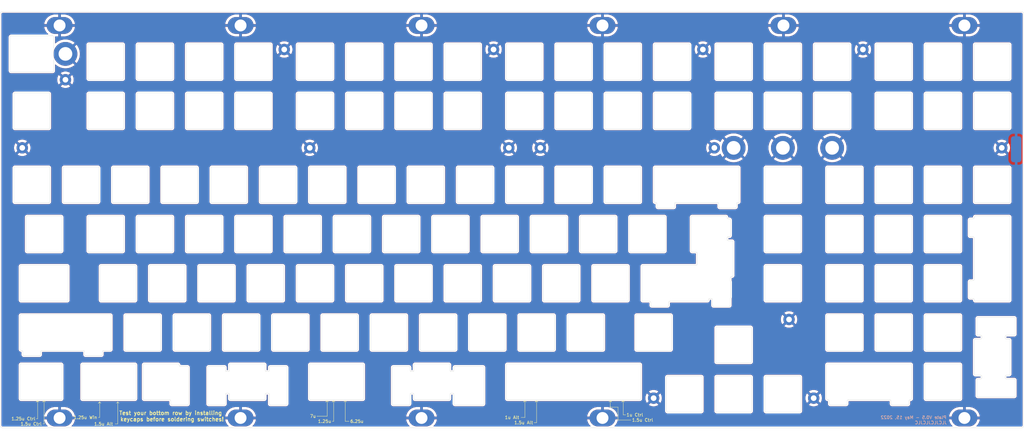
<source format=kicad_pcb>
(kicad_pcb (version 20211014) (generator pcbnew)
  (layers (0 "F.Cu" signal) (31 "B.Cu" signal) (34 "B.Paste" user) (35 "F.Paste" user) (36 "B.SilkS" user "B.Silkscreen") (37 "F.SilkS" user "F.Silkscreen") (38 "B.Mask" user) (39 "F.Mask" user) (44 "Edge.Cuts" user))
  (net 0 "")
  (net 1 "Mounting-hole")
  (footprint "Boston-3DP-plate-library:PEM-KF2-M3-ET_(solder-in)" (layer "F.Cu") (at 93 157.2)
    (fp_text reference "H8")
    (fp_text value "MountingHole_Pad")
    (pad "1" thru_hole oval locked (at 0 0) (size 10 6.5) (drill 4.6) (layers *.Cu *.Mask) (net 1 "Mounting-hole"))
  )
  (footprint "Boston-3DP-plate-library:PEM-KF2-M3-ET_(solder-in)" (layer "F.Cu") (at 373 5.375)
    (fp_text reference "H6")
    (fp_text value "MountingHole_Pad")
    (pad "1" thru_hole oval locked (at 0 0) (size 10 6.5) (drill 4.6) (layers *.Cu *.Mask) (net 1 "Mounting-hole"))
  )
  (footprint "MountingHole:MountingHole_2.2mm_M2_Pad" (layer "F.Cu") (at 276.2623 52.7125)
    (fp_text reference "H20")
    (fp_text value "MountingHole_Pad")
    (pad "1" thru_hole circle locked (at 0 0) (size 4.4 4.4) (drill 2.2) (layers *.Cu *.Mask) (net 1 "Mounting-hole"))
  )
  (footprint "Boston-3DP-plate-library:PEM-KF2-M3-ET_(solder-in)" (layer "F.Cu") (at 373 157.2)
    (fp_text reference "H11")
    (fp_text value "MountingHole_Pad")
    (pad "1" thru_hole oval locked (at 0 0) (size 10 6.5) (drill 4.6) (layers *.Cu *.Mask) (net 1 "Mounting-hole"))
  )
  (footprint "Boston-3DP-plate-library:PEM-KF2-M3-ET_(solder-in)" (layer "F.Cu") (at 233 157.2)
    (fp_text reference "H10")
    (fp_text value "MountingHole_Pad")
    (pad "1" thru_hole oval locked (at 0 0) (size 10 6.5) (drill 4.6) (layers *.Cu *.Mask) (net 1 "Mounting-hole"))
  )
  (footprint "MountingHole:MountingHole_5.3mm_M5_DIN965_Pad" (layer "F.Cu") (at 283.7255 52.7125)
    (fp_text reference "H26")
    (fp_text value "MountingHole_Pad")
    (pad "1" thru_hole circle locked (at 0 0) (size 9.2 9.2) (drill 5.3) (layers *.Cu *.Mask) (net 1 "Mounting-hole"))
  )
  (footprint "MountingHole:MountingHole_5.3mm_M5_DIN965_Pad" (layer "F.Cu") (at 321.8255 52.7125)
    (fp_text reference "H28")
    (fp_text value "MountingHole_Pad")
    (pad "1" thru_hole circle locked (at 0 0) (size 9.2 9.2) (drill 5.3) (layers *.Cu *.Mask) (net 1 "Mounting-hole"))
  )
  (footprint "MountingHole:MountingHole_2.2mm_M2_Pad" (layer "F.Cu") (at 109.89425 14.675)
    (fp_text reference "H14")
    (fp_text value "MountingHole_Pad")
    (pad "1" thru_hole circle locked (at 0 0) (size 4.4 4.4) (drill 2.2) (layers *.Cu *.Mask) (net 1 "Mounting-hole"))
  )
  (footprint "Boston-3DP-plate-library:PEM-KF2-M3-ET_(solder-in)" (layer "F.Cu") (at 233 5.375)
    (fp_text reference "H4")
    (fp_text value "MountingHole_Pad")
    (pad "1" thru_hole oval locked (at 0 0) (size 10 6.5) (drill 4.6) (layers *.Cu *.Mask) (net 1 "Mounting-hole"))
  )
  (footprint "Boston-3DP-plate-library:PEM-KF2-M3-ET_(solder-in)" (layer "F.Cu") (at 23 5.375)
    (fp_text reference "H1")
    (fp_text value "MountingHole_Pad")
    (pad "1" thru_hole oval locked (at 0 0) (size 10 6.5) (drill 4.6) (layers *.Cu *.Mask) (net 1 "Mounting-hole"))
  )
  (footprint "MountingHole:MountingHole_2.2mm_M2_Pad" (layer "F.Cu") (at 333.73175 14.675)
    (fp_text reference "H21")
    (fp_text value "MountingHole_Pad")
    (pad "1" thru_hole circle locked (at 0 0) (size 4.4 4.4) (drill 2.2) (layers *.Cu *.Mask) (net 1 "Mounting-hole"))
  )
  (footprint "MountingHole:MountingHole_2.2mm_M2_Pad" (layer "F.Cu") (at 305.157 119.1)
    (fp_text reference "H24")
    (fp_text value "MountingHole_Pad")
    (pad "1" thru_hole circle locked (at 0 0) (size 4.4 4.4) (drill 2.2) (layers *.Cu *.Mask) (net 1 "Mounting-hole"))
  )
  (footprint "MountingHole:MountingHole_2.2mm_M2_Pad" (layer "F.Cu") (at 190.85675 14.675)
    (fp_text reference "H16")
    (fp_text value "MountingHole_Pad")
    (pad "1" thru_hole circle locked (at 0 0) (size 4.4 4.4) (drill 2.2) (layers *.Cu *.Mask) (net 1 "Mounting-hole"))
  )
  (footprint "Boston-3DP-plate-library:PEM-KF2-M3-ET_(solder-in)" (layer "F.Cu") (at 23 157.2)
    (fp_text reference "H7")
    (fp_text value "MountingHole_Pad")
    (pad "1" thru_hole oval locked (at 0 0) (size 10 6.5) (drill 4.6) (layers *.Cu *.Mask) (net 1 "Mounting-hole"))
  )
  (footprint "MountingHole:MountingHole_2.2mm_M2_Pad" (layer "F.Cu") (at 208.963 52.7125)
    (fp_text reference "H18")
    (fp_text value "MountingHole_Pad")
    (pad "1" thru_hole circle locked (at 0 0) (size 4.4 4.4) (drill 2.2) (layers *.Cu *.Mask) (net 1 "Mounting-hole"))
  )
  (footprint "MountingHole:MountingHole_2.2mm_M2_Pad" (layer "F.Cu") (at 119.763 52.7125)
    (fp_text reference "H15")
    (fp_text value "MountingHole_Pad")
    (pad "1" thru_hole circle locked (at 0 0) (size 4.4 4.4) (drill 2.2) (layers *.Cu *.Mask) (net 1 "Mounting-hole"))
  )
  (footprint "Boston-3DP-plate-library:PEM-KF2-M3-ET_(solder-in)" (layer "F.Cu") (at 163 5.375)
    (fp_text reference "H3")
    (fp_text value "MountingHole_Pad")
    (pad "1" thru_hole oval locked (at 0 0) (size 10 6.5) (drill 4.6) (layers *.Cu *.Mask) (net 1 "Mounting-hole"))
  )
  (footprint "MountingHole:MountingHole_2.2mm_M2_Pad" (layer "F.Cu") (at 25.263 26.375)
    (fp_text reference "H13")
    (fp_text value "MountingHole_Pad")
    (pad "1" thru_hole circle locked (at 0 0) (size 4.4 4.4) (drill 2.2) (layers *.Cu *.Mask) (net 1 "Mounting-hole"))
  )
  (footprint "MountingHole:MountingHole_2.2mm_M2_Pad" (layer "F.Cu") (at 196.7623 52.7125)
    (fp_text reference "H17")
    (fp_text value "MountingHole_Pad")
    (pad "1" thru_hole circle locked (at 0 0) (size 4.4 4.4) (drill 2.2) (layers *.Cu *.Mask) (net 1 "Mounting-hole"))
  )
  (footprint "MountingHole:MountingHole_5.3mm_M5_DIN965_Pad" (layer "F.Cu") (at 25.263 16.375)
    (fp_text reference "H29")
    (fp_text value "MountingHole_Pad")
    (pad "1" thru_hole circle locked (at 0 0) (size 9.2 9.2) (drill 5.3) (layers *.Cu *.Mask) (net 1 "Mounting-hole"))
  )
  (footprint "MountingHole:MountingHole_2.2mm_M2_Pad" (layer "F.Cu") (at 314.68175 149.531112)
    (fp_text reference "H25")
    (fp_text value "MountingHole_Pad")
    (pad "1" thru_hole circle locked (at 0 0) (size 4.4 4.4) (drill 2.2) (layers *.Cu *.Mask) (net 1 "Mounting-hole"))
  )
  (footprint "MountingHole:MountingHole_2.2mm_M2_Pad" (layer "F.Cu") (at 271.81925 14.675)
    (fp_text reference "H19")
    (fp_text value "MountingHole_Pad")
    (pad "1" thru_hole circle locked (at 0 0) (size 4.4 4.4) (drill 2.2) (layers *.Cu *.Mask) (net 1 "Mounting-hole"))
  )
  (footprint "MountingHole:MountingHole_5.3mm_M5_DIN965_Pad" (layer "F.Cu") (at 302.7755 52.7125)
    (fp_text reference "H27")
    (fp_text value "MountingHole_Pad")
    (pad "1" thru_hole circle locked (at 0 0) (size 9.2 9.2) (drill 5.3) (layers *.Cu *.Mask) (net 1 "Mounting-hole"))
  )
  (footprint "Boston-3DP-plate-library:PEM-KF2-M3-ET_(solder-in)" (layer "F.Cu") (at 93 5.375)
    (fp_text reference "H2")
    (fp_text value "MountingHole_Pad")
    (pad "1" thru_hole oval locked (at 0 0) (size 10 6.5) (drill 4.6) (layers *.Cu *.Mask) (net 1 "Mounting-hole"))
  )
  (footprint "MountingHole:MountingHole_2.2mm_M2_Pad" (layer "F.Cu") (at 8.563 52.7125)
    (fp_text reference "H12")
    (fp_text value "MountingHole_Pad")
    (pad "1" thru_hole circle locked (at 0 0) (size 4.4 4.4) (drill 2.2) (layers *.Cu *.Mask) (net 1 "Mounting-hole"))
  )
  (footprint "MountingHole:MountingHole_2.2mm_M2_Pad" (layer "F.Cu") (at 252.76925 149.531112)
    (fp_text reference "H23")
    (fp_text value "MountingHole_Pad")
    (pad "1" thru_hole circle locked (at 0 0) (size 4.4 4.4) (drill 2.2) (layers *.Cu *.Mask) (net 1 "Mounting-hole"))
  )
  (footprint "MountingHole:MountingHole_2.2mm_M2_Pad" (layer "F.Cu") (at 387.437 52.7125)
    (fp_text reference "H22")
    (fp_text value "MountingHole_Pad")
    (pad "1" thru_hole circle locked (at 0 0) (size 4.4 4.4) (drill 2.2) (layers *.Cu *.Mask) (net 1 "Mounting-hole"))
  )
  (footprint "Boston-3DP-plate-library:PEM-KF2-M3-ET_(solder-in)" (layer "F.Cu") (at 303 5.375)
    (fp_text reference "H5")
    (fp_text value "MountingHole_Pad")
    (pad "1" thru_hole oval locked (at 0 0) (size 10 6.5) (drill 4.6) (layers *.Cu *.Mask) (net 1 "Mounting-hole"))
  )
  (footprint "Boston-3DP-plate-library:PEM-KF2-M3-ET_(solder-in)" (layer "F.Cu") (at 163 157.2)
    (fp_text reference "H9")
    (fp_text value "MountingHole_Pad")
    (pad "1" thru_hole oval locked (at 0 0) (size 10 6.5) (drill 4.6) (layers *.Cu *.Mask) (net 1 "Mounting-hole"))
  )
  (footprint "Boston-3DP-plate-library:Pad-4x10mm" (layer "B.Cu") (at 393 53.25 180)
    (fp_text reference "TP1")
    (fp_text value "TestPoint")
    (pad "1" smd roundrect (at 0 0 180) (size 4 10) (layers "B.Cu" "B.Paste" "B.Mask") (net 1 "Mounting-hole"))
  )
  (gr_line (start 14 151) (end 14.5 150.5) (layer "F.SilkS") (width 0.15))
  (gr_line (start 202.5 151) (end 203 150.5) (layer "F.SilkS") (width 0.15))
  (gr_line (start 133.5 150.5) (end 133 151) (layer "F.SilkS") (width 0.15))
  (gr_line (start 236 150.5) (end 236 153) (layer "F.SilkS") (width 0.15))
  (gr_line (start 203 157) (end 201.5 157) (layer "F.SilkS") (width 0.15))
  (gr_line (start 14.5 157.5) (end 14.5 150.5) (layer "F.SilkS") (width 0.15))
  (gr_line (start 207.5 150.5) (end 207.5 159) (layer "F.SilkS") (width 0.15))
  (gr_line (start 126.5 150.5) (end 126.5 156.5) (layer "F.SilkS") (width 0.15))
  (gr_line (start 17 150.5) (end 16.5 151) (layer "F.SilkS") (width 0.15))
  (gr_line (start 129 150.5) (end 128.5 151) (layer "F.SilkS") (width 0.15))
  (gr_line (start 14.5 150.5) (end 14 151) (layer "F.SilkS") (width 0.15))
  (gr_line (start 45.5 151) (end 46 151.5) (layer "F.SilkS") (width 0.15))
  (gr_line (start 38.5 151) (end 39 151.5) (layer "F.SilkS") (width 0.15))
  (gr_line (start 207 151) (end 207.5 150.5) (layer "F.SilkS") (width 0.15))
  (gr_line (start 241 150.5) (end 241.5 151) (layer "F.SilkS") (width 0.15))
  (gr_line (start 241 150.5) (end 241 156) (layer "F.SilkS") (width 0.15))
  (gr_line (start 45.5 151) (end 45 151.5) (layer "F.SilkS") (width 0.15))
  (gr_line (start 207.5 150.5) (end 208 151) (layer "F.SilkS") (width 0.15))
  (gr_line (start 236 150.5) (end 236.5 151) (layer "F.SilkS") (width 0.15))
  (gr_line (start 241 156) (end 242 156) (layer "F.SilkS") (width 0.15))
  (gr_line (start 236 153) (end 239 153) (layer "F.SilkS") (width 0.15))
  (gr_line (start 126.5 150.5) (end 126 151) (layer "F.SilkS") (width 0.15))
  (gr_line (start 129 150.5) (end 129 158.5) (layer "F.SilkS") (width 0.15))
  (gr_line (start 126.5 156.5) (end 122.5 156.5) (layer "F.SilkS") (width 0.15))
  (gr_line (start 239 153) (end 239 158) (layer "F.SilkS") (width 0.15))
  (gr_line (start 128.5 151) (end 129 150.5) (layer "F.SilkS") (width 0.15))
  (gr_line (start 133.5 150.5) (end 133.5 158.5) (layer "F.SilkS") (width 0.15))
  (gr_line (start 17 159.5) (end 17 150.5) (layer "F.SilkS") (width 0.15))
  (gr_line (start 126 151) (end 126.5 150.5) (layer "F.SilkS") (width 0.15))
  (gr_line (start 207.5 150.5) (end 207 151) (layer "F.SilkS") (width 0.15))
  (gr_line (start 16.5 151) (end 17 150.5) (layer "F.SilkS") (width 0.15))
  (gr_line (start 45.5 151) (end 45.5 159.5) (layer "F.SilkS") (width 0.15))
  (gr_line (start 240.5 151) (end 241 150.5) (layer "F.SilkS") (width 0.15))
  (gr_line (start 133.5 158.5) (end 135 158.5) (layer "F.SilkS") (width 0.15))
  (gr_line (start 239 158) (end 244 158) (layer "F.SilkS") (width 0.15))
  (gr_line (start 129 158.5) (end 128.5 158.5) (layer "F.SilkS") (width 0.15))
  (gr_line (start 207.5 159) (end 206.5 159) (layer "F.SilkS") (width 0.15))
  (gr_line (start 14.5 151) (end 14.5 150.5) (layer "F.SilkS") (width 0.15))
  (gr_line (start 241 150.5) (end 240.5 151) (layer "F.SilkS") (width 0.15))
  (gr_line (start 17 150.5) (end 17.5 151) (layer "F.SilkS") (width 0.15))
  (gr_line (start 236 150.5) (end 235.5 151) (layer "F.SilkS") (width 0.15))
  (gr_line (start 236.5 151) (end 236 150.5) (layer "F.SilkS") (width 0.15))
  (gr_line (start 38.5 157) (end 38.5 151) (layer "F.SilkS") (width 0.15))
  (gr_line (start 17 159.5) (end 16.5 159.5) (layer "F.SilkS") (width 0.15))
  (gr_line (start 38.5 151) (end 38 151.5) (layer "F.SilkS") (width 0.15))
  (gr_line (start 14.5 150.5) (end 15 151) (layer "F.SilkS") (width 0.15))
  (gr_line (start 129 150.5) (end 129.5 151) (layer "F.SilkS") (width 0.15))
  (gr_line (start 38.5 157) (end 38 157) (layer "F.SilkS") (width 0.15))
  (gr_line (start 203 150.5) (end 203 157) (layer "F.SilkS") (width 0.15))
  (gr_line (start 203 150.5) (end 202.5 151) (layer "F.SilkS") (width 0.15))
  (gr_line (start 203 150.5) (end 203.5 151) (layer "F.SilkS") (width 0.15))
  (gr_line (start 38 151.5) (end 38.5 151) (layer "F.SilkS") (width 0.15))
  (gr_line (start 14.5 157.5) (end 14 157.5) (layer "F.SilkS") (width 0.15))
  (gr_line (start 133.5 150.5) (end 134 151) (layer "F.SilkS") (width 0.15))
  (gr_line (start 45.5 159.5) (end 44.5 159.5) (layer "F.SilkS") (width 0.15))
  (gr_line (start 127 151) (end 126.5 150.5) (layer "F.SilkS") (width 0.15))
  (gr_arc (start 209.763 44.925) (mid 209.616553 45.278553) (end 209.263 45.425) (layer "Edge.Cuts") (width 0.1))
  (gr_arc (start 376.738 12.875) (mid 376.884447 12.521447) (end 377.238 12.375) (layer "Edge.Cuts") (width 0.1))
  (gr_arc (start 181.188 92.55) (mid 181.041553 92.903553) (end 180.688 93.05) (layer "Edge.Cuts") (width 0.1))
  (gr_arc (start 143.3755 117.65) (mid 143.521947 117.296447) (end 143.8755 117.15) (layer "Edge.Cuts") (width 0.1))
  (gr_line (start 128.3005 26.375) (end 115.3005 26.375) (layer "Edge.Cuts") (width 0.1))
  (gr_arc (start 115.3005 45.425) (mid 114.946947 45.278553) (end 114.8005 44.925) (layer "Edge.Cuts") (width 0.1))
  (gr_line (start 134.3505 12.375) (end 147.3505 12.375) (layer "Edge.Cuts") (width 0.1))
  (gr_line (start 269.58175 93.35) (end 269.58175 97.8) (layer "Edge.Cuts") (width 0.1))
  (gr_arc (start 333.088 79.05) (mid 333.441553 79.196447) (end 333.588 79.55) (layer "Edge.Cuts") (width 0.1))
  (gr_line (start 200.5255 130.65) (end 200.5255 117.65) (layer "Edge.Cuts") (width 0.1))
  (gr_line (start 104.488 93.05) (end 91.488 93.05) (layer "Edge.Cuts") (width 0.1))
  (gr_line (start 115.3005 45.425) (end 128.3005 45.425) (layer "Edge.Cuts") (width 0.1))
  (gr_line (start 66.888 92.55) (end 66.888 79.55) (layer "Edge.Cuts") (width 0.1))
  (gr_arc (start 371.688 111.6) (mid 371.541553 111.953553) (end 371.188 112.1) (layer "Edge.Cuts") (width 0.1))
  (gr_line (start 377.738 118.737) (end 377.738 124.737) (layer "Edge.Cuts") (width 0.1))
  (gr_arc (start 357.688 60.5) (mid 357.834447 60.146447) (end 358.188 60) (layer "Edge.Cuts") (width 0.1))
  (gr_line (start 233.863 44.925) (end 233.863 31.925) (layer "Edge.Cuts") (width 0.1))
  (gr_arc (start 160.544251 150.2) (mid 160.190698 150.053553) (end 160.044251 149.7) (layer "Edge.Cuts") (width 0.1))
  (gr_arc (start 158.163 74) (mid 157.809447 73.853553) (end 157.663 73.5) (layer "Edge.Cuts") (width 0.1))
  (gr_arc (start 377.238 45.425) (mid 376.884447 45.278553) (end 376.738 44.925) (layer "Edge.Cuts") (width 0.1))
  (gr_arc (start 309.2755 31.425) (mid 309.629053 31.571447) (end 309.7755 31.925) (layer "Edge.Cuts") (width 0.1))
  (gr_arc (start 123.538 79.05) (mid 123.891553 79.196447) (end 124.038 79.55) (layer "Edge.Cuts") (width 0.1))
  (gr_arc (start 258.1755 154.9625) (mid 257.821947 154.816053) (end 257.6755 154.4625) (layer "Edge.Cuts") (width 0.1))
  (gr_line (start 282.08175 80.137) (end 281.5005 80.137) (layer "Edge.Cuts") (width 0.1))
  (gr_line (start 160.044251 147.9) (end 160.044251 149.7) (layer "Edge.Cuts") (width 0.1))
  (gr_line (start 377.238 140.675) (end 379.238 140.675) (layer "Edge.Cuts") (width 0.1))
  (gr_arc (start 31.45675 136.7) (mid 31.603197 136.346447) (end 31.95675 136.2) (layer "Edge.Cuts") (width 0.1))
  (gr_line (start 174.044251 149.7) (end 174.044251 147.9) (layer "Edge.Cuts") (width 0.1))
  (gr_arc (start 282.58175 110.513) (mid 282.559505 110.660479) (end 282.49475 110.794836) (layer "Edge.Cuts") (width 0.1))
  (gr_line (start 358.188 150.2) (end 371.188 150.2) (layer "Edge.Cuts") (width 0.1))
  (gr_line (start 195.763 136.7) (end 195.763 149.7) (layer "Edge.Cuts") (width 0.1))
  (gr_line (start 243.1005 98.6) (end 243.1005 111.6) (layer "Edge.Cuts") (width 0.1))
  (gr_arc (start 55.76925 150.2) (mid 55.415697 150.053553) (end 55.26925 149.7) (layer "Edge.Cuts") (width 0.1))
  (gr_line (start 261 74) (end 261 75.5) (layer "Edge.Cuts") (width 0.1))
  (gr_arc (start 90.988 31.925) (mid 91.134447 31.571447) (end 91.488 31.425) (layer "Edge.Cuts") (width 0.1))
  (gr_line (start 320.088 79.05) (end 333.088 79.05) (layer "Edge.Cuts") (width 0.1))
  (gr_line (start 103.844751 139.2) (end 102.806751 139.2) (layer "Edge.Cuts") (width 0.1))
  (gr_arc (start 38.313 73.5) (mid 38.166553 73.853553) (end 37.813 74) (layer "Edge.Cuts") (width 0.1))
  (gr_arc (start 119.275499 130.649999) (mid 119.129053 131.003553) (end 118.7755 131.15) (layer "Edge.Cuts") (width 0.1))
  (gr_arc (start 37.813 60) (mid 38.166553 60.146447) (end 38.313 60.5) (layer "Edge.Cuts") (width 0.1))
  (gr_arc (start 296.2755 112.1) (mid 295.921947 111.953553) (end 295.7755 111.6) (layer "Edge.Cuts") (width 0.1))
  (gr_line (start 247.863 60.5) (end 247.863 73.5) (layer "Edge.Cuts") (width 0.1))
  (gr_arc (start 153.4005 45.425) (mid 153.046947 45.278553) (end 152.9005 44.925) (layer "Edge.Cuts") (width 0.1))
  (gr_line (start 375.238 111.013) (end 376.438 111.013) (layer "Edge.Cuts") (width 0.1))
  (gr_line (start 395 161) (end 1 161) (layer "Edge.Cuts") (width 0.1))
  (gr_line (start 104.988 31.925) (end 104.988 44.925) (layer "Edge.Cuts") (width 0.1))
  (gr_arc (start 181.4755 117.65) (mid 181.621947 117.296447) (end 181.9755 117.15) (layer "Edge.Cuts") (width 0.1))
  (gr_arc (start 52.1005 98.1) (mid 52.454053 98.246447) (end 52.6005 98.6) (layer "Edge.Cuts") (width 0.1))
  (gr_arc (start 245.76925 117.65) (mid 245.915697 117.296447) (end 246.26925 117.15) (layer "Edge.Cuts") (width 0.1))
  (gr_line (start 233.0755 117.15) (end 220.0755 117.15) (layer "Edge.Cuts") (width 0.1))
  (gr_line (start 104.544751 152.2) (end 110.544751 152.2) (layer "Edge.Cuts") (width 0.1))
  (gr_arc (start 277.2255 135.912501) (mid 276.871947 135.766054) (end 276.7255 135.412501) (layer "Edge.Cuts") (width 0.1))
  (gr_arc (start 72.438 45.425) (mid 72.084447 45.278553) (end 71.938 44.925) (layer "Edge.Cuts") (width 0.1))
  (gr_arc (start 376.738 79.55) (mid 376.884447 79.196447) (end 377.238 79.05) (layer "Edge.Cuts") (width 0.1))
  (gr_line (start 104.488 12.375) (end 91.488 12.375) (layer "Edge.Cuts") (width 0.1))
  (gr_arc (start 5.263 60.5) (mid 5.409447 60.146447) (end 5.763 60) (layer "Edge.Cuts") (width 0.1))
  (gr_arc (start 114.8005 98.6) (mid 114.946947 98.246447) (end 115.3005 98.1) (layer "Edge.Cuts") (width 0.1))
  (gr_arc (start 276.7255 12.875) (mid 276.871947 12.521447) (end 277.2255 12.375) (layer "Edge.Cuts") (width 0.1))
  (gr_line (start 102.806751 147.7) (end 103.844751 147.7) (layer "Edge.Cuts") (width 0.1))
  (gr_line (start 85.438 12.375) (end 72.438 12.375) (layer "Edge.Cuts") (width 0.1))
  (gr_line (start 252.11875 114.1) (end 258.118749 114.1) (layer "Edge.Cuts") (width 0.1))
  (gr_line (start 281.2005 88.275) (end 281.2005 87.437) (layer "Edge.Cuts") (width 0.1))
  (gr_line (start 119.563 136.7) (end 119.563 149.7) (layer "Edge.Cuts") (width 0.1))
  (gr_line (start 174.044251 139) (end 174.044251 136.7) (layer "Edge.Cuts") (width 0.1))
  (gr_arc (start 395 0) (mid 395.707107 0.292893) (end 396 1) (layer "Edge.Cuts") (width 0.1))
  (gr_line (start 8.14425 131.15) (end 8.43125 131.15) (layer "Edge.Cuts") (width 0.1))
  (gr_line (start 338.638 111.6) (end 338.638 98.6) (layer "Edge.Cuts") (width 0.1))
  (gr_arc (start 185.9505 44.925) (mid 185.804053 45.278553) (end 185.4505 45.425) (layer "Edge.Cuts") (width 0.1))
  (gr_line (start 333.588 130.65) (end 333.588 117.65) (layer "Edge.Cuts") (width 0.1))
  (gr_arc (start 266.913 44.925) (mid 266.766553 45.278553) (end 266.413 45.425) (layer "Edge.Cuts") (width 0.1))
  (gr_arc (start 371.188 31.425) (mid 371.541553 31.571447) (end 371.688 31.925) (layer "Edge.Cuts") (width 0.1))
  (gr_arc (start 133.8505 98.6) (mid 133.996947 98.246447) (end 134.3505 98.1) (layer "Edge.Cuts") (width 0.1))
  (gr_line (start 47.338 79.05) (end 34.338 79.05) (layer "Edge.Cuts") (width 0.1))
  (gr_line (start 110.544751 137.2) (end 104.544751 137.2) (layer "Edge.Cuts") (width 0.1))
  (gr_line (start 352.638 60.5) (end 352.638 73.5) (layer "Edge.Cuts") (width 0.1))
  (gr_line (start 152.613 73.5) (end 152.613 60.5) (layer "Edge.Cuts") (width 0.1))
  (gr_line (start 124.038 92.55) (end 124.038 79.55) (layer "Edge.Cuts") (width 0.1))
  (gr_line (start 351.551 150.5) (end 351.551 151.7) (layer "Edge.Cuts") (width 0.1))
  (gr_line (start 379.738 141.175) (end 379.738 141.613) (layer "Edge.Cuts") (width 0.1))
  (gr_line (start 33.838 12.875) (end 33.838 25.875) (layer "Edge.Cuts") (width 0.1))
  (gr_arc (start 376.438 87.137) (mid 376.650132 87.224868) (end 376.738 87.437) (layer "Edge.Cuts") (width 0.1))
  (gr_line (start 10.525501 79.05) (end 23.5255 79.05) (layer "Edge.Cuts") (width 0.1))
  (gr_arc (start 219.5755 117.65) (mid 219.721947 117.296447) (end 220.0755 117.15) (layer "Edge.Cuts") (width 0.1))
  (gr_line (start 148.638 93.05) (end 161.638 93.05) (layer "Edge.Cuts") (width 0.1))
  (gr_line (start 371.688 130.65) (end 371.688 117.65) (layer "Edge.Cuts") (width 0.1))
  (gr_line (start 271.6755 154.4625) (end 271.6755 141.4625) (layer "Edge.Cuts") (width 0.1))
  (gr_arc (start 160.044251 139) (mid 159.985672 139.141421) (end 159.844251 139.2) (layer "Edge.Cuts") (width 0.1))
  (gr_line (start 243.388 79.55) (end 243.388 92.55) (layer "Edge.Cuts") (width 0.1))
  (gr_arc (start 234.363 74) (mid 234.009447 73.853553) (end 233.863 73.5) (layer "Edge.Cuts") (width 0.1))
  (gr_arc (start 379.238 140.675) (mid 379.591553 140.821447) (end 379.738 141.175) (layer "Edge.Cuts") (width 0.1))
  (gr_line (start 390.738 31.925) (end 390.738 44.925) (layer "Edge.Cuts") (width 0.1))
  (gr_arc (start 376.738 127.175) (mid 376.884447 126.821447) (end 377.238 126.675) (layer "Edge.Cuts") (width 0.1))
  (gr_line (start 185.4505 12.375) (end 172.4505 12.375) (layer "Edge.Cuts") (width 0.1))
  (gr_line (start 357.688 136.7) (end 357.688 149.7) (layer "Edge.Cuts") (width 0.1))
  (gr_arc (start 333.088 117.15) (mid 333.441553 117.296447) (end 333.588 117.65) (layer "Edge.Cuts") (width 0.1))
  (gr_line (start 276.7255 154.4625) (end 276.7255 141.4625) (layer "Edge.Cuts") (width 0.1))
  (gr_arc (start 85.438 31.425) (mid 85.791553 31.571447) (end 85.938 31.925) (layer "Edge.Cuts") (width 0.1))
  (gr_line (start 67.1755 130.65) (end 67.1755 117.65) (layer "Edge.Cuts") (width 0.1))
  (gr_line (start 234.363 12.375) (end 247.363 12.375) (layer "Edge.Cuts") (width 0.1))
  (gr_arc (start 148.138 79.55) (mid 148.284447 79.196447) (end 148.638 79.05) (layer "Edge.Cuts") (width 0.1))
  (gr_arc (start 80.6755 117.15) (mid 81.029053 117.296447) (end 81.1755 117.65) (layer "Edge.Cuts") (width 0.1))
  (gr_arc (start 0 1) (mid 0.292893 0.292893) (end 1 0) (layer "Edge.Cuts") (width 0.1))
  (gr_line (start 47.838 92.55) (end 47.838 79.55) (layer "Edge.Cuts") (width 0.1))
  (gr_arc (start 31.95675 150.2) (mid 31.603197 150.053553) (end 31.45675 149.7) (layer "Edge.Cuts") (width 0.1))
  (gr_line (start 284.876 74) (end 284.876 75.5) (layer "Edge.Cuts") (width 0.1))
  (gr_line (start 185.4505 98.1) (end 172.4505 98.1) (layer "Edge.Cuts") (width 0.1))
  (gr_arc (start 204.5005 98.1) (mid 204.854053 98.246447) (end 205.0005 98.6) (layer "Edge.Cuts") (width 0.1))
  (gr_line (start 374.738 104.513) (end 374.738 110.513) (layer "Edge.Cuts") (width 0.1))
  (gr_arc (start 185.9505 25.875) (mid 185.804053 26.228553) (end 185.4505 26.375) (layer "Edge.Cuts") (width 0.1))
  (gr_line (start 120.063 150.2) (end 140.20675 150.2) (layer "Edge.Cuts") (width 0.1))
  (gr_arc (start 377.238 74) (mid 376.884447 73.853553) (end 376.738 73.5) (layer "Edge.Cuts") (width 0.1))
  (gr_arc (start 75.913 60) (mid 76.266553 60.146447) (end 76.413 60.5) (layer "Edge.Cuts") (width 0.1))
  (gr_arc (start 319.588 117.65) (mid 319.734447 117.296447) (end 320.088 117.15) (layer "Edge.Cuts") (width 0.1))
  (gr_arc (start 161.638 79.05) (mid 161.991553 79.196447) (end 162.138 79.55) (layer "Edge.Cuts") (width 0.1))
  (gr_line (start 87.206751 139) (end 87.206751 137.7) (layer "Edge.Cuts") (width 0.1))
  (gr_line (start 296.2755 93.05) (end 309.2755 93.05) (layer "Edge.Cuts") (width 0.1))
  (gr_line (start 34.338 93.05) (end 47.338 93.05) (layer "Edge.Cuts") (width 0.1))
  (gr_line (start 81.463 73.5) (end 81.463 60.5) (layer "Edge.Cuts") (width 0.1))
  (gr_arc (start 352.638 92.55) (mid 352.491553 92.903553) (end 352.138 93.05) (layer "Edge.Cuts") (width 0.1))
  (gr_arc (start 34.338 26.375) (mid 33.984447 26.228553) (end 33.838 25.875) (layer "Edge.Cuts") (width 0.1))
  (gr_arc (start 390.238 126.675) (mid 390.591553 126.821447) (end 390.738 127.175) (layer "Edge.Cuts") (width 0.1))
  (gr_line (start 166.9005 98.6) (end 166.9005 111.6) (layer "Edge.Cuts") (width 0.1))
  (gr_arc (start 285.463 60) (mid 285.816553 60.146447) (end 285.963 60.5) (layer "Edge.Cuts") (width 0.1))
  (gr_arc (start 390.238 12.375) (mid 390.591553 12.521447) (end 390.738 12.875) (layer "Edge.Cuts") (width 0.1))
  (gr_line (start 396 1) (end 396 160) (layer "Edge.Cuts") (width 0.1))
  (gr_arc (start 177.213 74) (mid 176.859447 73.853553) (end 176.713 73.5) (layer "Edge.Cuts") (width 0.1))
  (gr_arc (start 290.7255 44.925) (mid 290.579053 45.278553) (end 290.2255 45.425) (layer "Edge.Cuts") (width 0.1))
  (gr_arc (start 309.2755 79.05) (mid 309.629053 79.196447) (end 309.7755 79.55) (layer "Edge.Cuts") (width 0.1))
  (gr_arc (start 124.038 92.55) (mid 123.891553 92.903553) (end 123.538 93.05) (layer "Edge.Cuts") (width 0.1))
  (gr_line (start 148.138 79.55) (end 148.138 92.55) (layer "Edge.Cuts") (width 0.1))
  (gr_line (start 72.438 31.425) (end 85.438 31.425) (layer "Edge.Cuts") (width 0.1))
  (gr_arc (start 258.61875 112.4) (mid 258.706618 112.187868) (end 258.91875 112.1) (layer "Edge.Cuts") (width 0.1))
  (gr_arc (start 285.963 73.5) (mid 285.816553 73.853553) (end 285.463 74) (layer "Edge.Cuts") (width 0.1))
  (gr_line (start 296.2755 140.9625) (end 309.2755 140.9625) (layer "Edge.Cuts") (width 0.1))
  (gr_arc (start 105.2755 117.65) (mid 105.421947 117.296447) (end 105.7755 117.15) (layer "Edge.Cuts") (width 0.1))
  (gr_arc (start 66.888 92.55) (mid 66.741553 92.903553) (end 66.388 93.05) (layer "Edge.Cuts") (width 0.1))
  (gr_arc (start 56.863 60) (mid 57.216553 60.146447) (end 57.363 60.5) (layer "Edge.Cuts") (width 0.1))
  (gr_line (start 390.238 26.375) (end 377.238 26.375) (layer "Edge.Cuts") (width 0.1))
  (gr_arc (start 357.688 12.875) (mid 357.834447 12.521447) (end 358.188 12.375) (layer "Edge.Cuts") (width 0.1))
  (gr_line (start 220.0755 131.15) (end 233.0755 131.15) (layer "Edge.Cuts") (width 0.1))
  (gr_line (start 339.138 12.375) (end 352.138 12.375) (layer "Edge.Cuts") (width 0.1))
  (gr_arc (start 53.388 26.375) (mid 53.034447 26.228553) (end 52.888 25.875) (layer "Edge.Cuts") (width 0.1))
  (gr_line (start 253.413 12.375) (end 266.413 12.375) (layer "Edge.Cuts") (width 0.1))
  (gr_line (start 352.638 98.6) (end 352.638 111.6) (layer "Edge.Cuts") (width 0.1))
  (gr_arc (start 257.388 92.55) (mid 257.241553 92.903553) (end 256.888 93.05) (layer "Edge.Cuts") (width 0.1))
  (gr_line (start 57.6505 98.6) (end 57.6505 111.6) (layer "Edge.Cuts") (width 0.1))
  (gr_line (start 224.0505 98.6) (end 224.0505 111.6) (layer "Edge.Cuts") (width 0.1))
  (gr_arc (start 81.463 60.5) (mid 81.609447 60.146447) (end 81.963 60) (layer "Edge.Cuts") (width 0.1))
  (gr_arc (start 378.238 125.237) (mid 377.884447 125.090553) (end 377.738 124.737) (layer "Edge.Cuts") (width 0.1))
  (gr_arc (start 9.23125 133.15) (mid 8.877697 133.003553) (end 8.73125 132.65) (layer "Edge.Cuts") (width 0.1))
  (gr_arc (start 95.463 73.5) (mid 95.316553 73.853553) (end 94.963 74) (layer "Edge.Cuts") (width 0.1))
  (gr_line (start 333.088 74) (end 320.088 74) (layer "Edge.Cuts") (width 0.1))
  (gr_line (start 34.338 26.375) (end 47.338 26.375) (layer "Edge.Cuts") (width 0.1))
  (gr_line (start 259.26925 117.15) (end 246.26925 117.15) (layer "Edge.Cuts") (width 0.1))
  (gr_arc (start 119.563 60.5) (mid 119.709447 60.146447) (end 120.063 60) (layer "Edge.Cuts") (width 0.1))
  (gr_arc (start 215.313 26.375) (mid 214.959447 26.228553) (end 214.813 25.875) (layer "Edge.Cuts") (width 0.1))
  (gr_arc (start 271.6755 154.4625) (mid 271.529053 154.816053) (end 271.1755 154.9625) (layer "Edge.Cuts") (width 0.1))
  (gr_arc (start 319.588 98.6) (mid 319.734447 98.246447) (end 320.088 98.1) (layer "Edge.Cuts") (width 0.1))
  (gr_arc (start 187.206751 151.7) (mid 187.060304 152.053553) (end 186.706751 152.2) (layer "Edge.Cuts") (width 0.1))
  (gr_line (start 195.4755 117.65) (end 195.4755 130.65) (layer "Edge.Cuts") (width 0.1))
  (gr_arc (start 166.9005 111.6) (mid 166.754053 111.953553) (end 166.4005 112.1) (layer "Edge.Cuts") (width 0.1))
  (gr_arc (start 166.4005 12.375) (mid 166.754053 12.521447) (end 166.9005 12.875) (layer "Edge.Cuts") (width 0.1))
  (gr_arc (start 327.675 151.7) (mid 327.528553 152.053553) (end 327.175 152.2) (layer "Edge.Cuts") (width 0.1))
  (gr_arc (start 224.838 93.05) (mid 224.484447 92.903553) (end 224.338 92.55) (layer "Edge.Cuts") (width 0.1))
  (gr_line (start 25.90675 98.1) (end 8.144251 98.1) (layer "Edge.Cuts") (width 0.1))
  (gr_line (start 85.938 31.925) (end 85.938 44.925) (layer "Edge.Cuts") (width 0.1))
  (gr_arc (start 100.513 60.5) (mid 100.659447 60.146447) (end 101.013 60) (layer "Edge.Cuts") (width 0.1))
  (gr_line (start 377.238 112.1) (end 390.238 112.1) (layer "Edge.Cuts") (width 0.1))
  (gr_line (start 309.2755 79.05) (end 296.2755 79.05) (layer "Edge.Cuts") (width 0.1))
  (gr_arc (start 139.113 74) (mid 138.759447 73.853553) (end 138.613 73.5) (layer "Edge.Cuts") (width 0.1))
  (gr_line (start 133.8505 44.925) (end 133.8505 31.925) (layer "Edge.Cuts") (width 0.1))
  (gr_line (start 91.488 26.375) (end 104.488 26.375) (layer "Edge.Cuts") (width 0.1))
  (gr_arc (start 296.2755 93.05) (mid 295.921947 92.903553) (end 295.7755 92.55) (layer "Edge.Cuts") (width 0.1))
  (gr_line (start 379.238 142.113) (end 378.238 142.113) (layer "Edge.Cuts") (width 0.1))
  (gr_line (start 114.8005 25.875) (end 114.8005 12.875) (layer "Edge.Cuts") (width 0.1))
  (gr_arc (start 290.7255 154.4625) (mid 290.579053 154.816053) (end 290.2255 154.9625) (layer "Edge.Cuts") (width 0.1))
  (gr_arc (start 267.200499 79.55) (mid 267.346946 79.196447) (end 267.700499 79.05) (layer "Edge.Cuts") (width 0.1))
  (gr_arc (start 377.238 140.675) (mid 376.884447 140.528553) (end 376.738 140.175) (layer "Edge.Cuts") (width 0.1))
  (gr_line (start 72.913 151.7) (end 72.913 137.7) (layer "Edge.Cuts") (width 0.1))
  (gr_line (start 52.100501 136.2) (end 31.95675 136.2) (layer "Edge.Cuts") (width 0.1))
  (gr_line (start 71.938 92.55) (end 71.938 79.55) (layer "Edge.Cuts") (width 0.1))
  (gr_line (start 205.788 79.05) (end 218.788 79.05) (layer "Edge.Cuts") (width 0.1))
  (gr_line (start 390.238 79.05) (end 377.238 79.05) (layer "Edge.Cuts") (width 0.1))
  (gr_arc (start 358.188 45.425) (mid 357.834447 45.278553) (end 357.688 44.925) (layer "Edge.Cuts") (width 0.1))
  (gr_line (start 18.763 31.425) (end 5.763 31.425) (layer "Edge.Cuts") (width 0.1))
  (gr_line (start 124.8255 131.15) (end 137.8255 131.15) (layer "Edge.Cuts") (width 0.1))
  (gr_line (start 114.8005 31.925) (end 114.8005 44.925) (layer "Edge.Cuts") (width 0.1))
  (gr_arc (start 352.638 73.5) (mid 352.491553 73.853553) (end 352.138 74) (layer "Edge.Cuts") (width 0.1))
  (gr_arc (start 234.363 45.425) (mid 234.009447 45.278553) (end 233.863 44.925) (layer "Edge.Cuts") (width 0.1))
  (gr_arc (start 104.544751 152.2) (mid 104.191198 152.053553) (end 104.044751 151.7) (layer "Edge.Cuts") (width 0.1))
  (gr_line (start 378.238 149.113) (end 392.238 149.113) (layer "Edge.Cuts") (width 0.1))
  (gr_line (start 389.238 125.237) (end 392.238 125.237) (layer "Edge.Cuts") (width 0.1))
  (gr_arc (start 327.675 150.5) (mid 327.762868 150.287868) (end 327.975 150.2) (layer "Edge.Cuts") (width 0.1))
  (gr_arc (start 339.138 26.375) (mid 338.784447 26.228553) (end 338.638 25.875) (layer "Edge.Cuts") (width 0.1))
  (gr_line (start 260.5 76) (end 254.5 76) (layer "Edge.Cuts") (width 0.1))
  (gr_line (start 105.2755 130.65) (end 105.2755 117.65) (layer "Edge.Cuts") (width 0.1))
  (gr_line (start 258.1755 154.9625) (end 271.1755 154.9625) (layer "Edge.Cuts") (width 0.1))
  (gr_line (start 352.638 130.65) (end 352.638 117.65) (layer "Edge.Cuts") (width 0.1))
  (gr_arc (start 137.8255 117.15) (mid 138.179053 117.296447) (end 138.3255 117.65) (layer "Edge.Cuts") (width 0.1))
  (gr_arc (start 24.025501 149.7) (mid 23.879054 150.053553) (end 23.525501 150.2) (layer "Edge.Cuts") (width 0.1))
  (gr_line (start 124.3255 117.65) (end 124.3255 130.65) (layer "Edge.Cuts") (width 0.1))
  (gr_line (start 274.05675 111.6) (end 274.05675 111.313) (layer "Edge.Cuts") (width 0.1))
  (gr_arc (start 129.088 79.55) (mid 129.234447 79.196447) (end 129.588 79.05) (layer "Edge.Cuts") (width 0.1))
  (gr_arc (start 171.9505 98.6) (mid 172.096947 98.246447) (end 172.4505 98.1) (layer "Edge.Cuts") (width 0.1))
  (gr_arc (start 175.282251 147.7) (mid 175.423672 147.758579) (end 175.482251 147.9) (layer "Edge.Cuts") (width 0.1))
  (gr_line (start 276.7255 25.875) (end 276.7255 12.875) (layer "Edge.Cuts") (width 0.1))
  (gr_arc (start 328.325502 12.374998) (mid 328.679055 12.521446) (end 328.8255 12.875) (layer "Edge.Cuts") (width 0.1))
  (gr_arc (start 34.338 45.425) (mid 33.984447 45.278553) (end 33.838 44.925) (layer "Edge.Cuts") (width 0.1))
  (gr_line (start 283.58175 102.075) (end 283.58175 89.075) (layer "Edge.Cuts") (width 0.1))
  (gr_arc (start 42.5755 117.15) (mid 42.929053 117.296447) (end 43.0755 117.65) (layer "Edge.Cuts") (width 0.1))
  (gr_line (start 390.238 45.425) (end 377.238 45.425) (layer "Edge.Cuts") (width 0.1))
  (gr_line (start 95.750499 111.6) (end 95.750499 98.6) (layer "Edge.Cuts") (width 0.1))
  (gr_line (start 76.7005 111.6) (end 76.700499 98.6) (layer "Edge.Cuts") (width 0.1))
  (gr_line (start 309.7755 111.6) (end 309.7755 98.6) (layer "Edge.Cuts") (width 0.1))
  (gr_arc (start 390.738 111.6) (mid 390.591553 111.953553) (end 390.238 112.1) (layer "Edge.Cuts") (width 0.1))
  (gr_line (start 219.288 79.55) (end 219.288 92.55) (layer "Edge.Cuts") (width 0.1))
  (gr_line (start 309.7755 12.875) (end 309.7755 25.875) (layer "Edge.Cuts") (width 0.1))
  (gr_arc (start 52.888 31.925) (mid 53.034447 31.571447) (end 53.388 31.425) (layer "Edge.Cuts") (width 0.1))
  (gr_line (start 69.26925 137) (end 69.26925 136.7) (layer "Edge.Cuts") (width 0.1))
  (gr_line (start 138.613 60.5) (end 138.613 73.5) (layer "Edge.Cuts") (width 0.1))
  (gr_arc (start 281.2005 87.437) (mid 281.288368 87.224868) (end 281.5005 87.137) (layer "Edge.Cuts") (width 0.1))
  (gr_arc (start 275.194749 111.012999) (mid 275.406882 111.100867) (end 275.49475 111.313) (layer "Edge.Cuts") (width 0.1))
  (gr_line (start 191.0005 98.6) (end 191.0005 111.6) (layer "Edge.Cuts") (width 0.1))
  (gr_arc (start 7.64425 117.65) (mid 7.790697 117.296447) (end 8.14425 117.15) (layer "Edge.Cuts") (width 0.1))
  (gr_line (start 85.938 25.875) (end 85.938 12.875) (layer "Edge.Cuts") (width 0.1))
  (gr_arc (start 104.044751 139) (mid 103.986172 139.141421) (end 103.844751 139.2) (layer "Edge.Cuts") (width 0.1))
  (gr_line (start 314.8255 25.875) (end 314.8255 12.875) (layer "Edge.Cuts") (width 0.1))
  (gr_arc (start 251.31875 112.1) (mid 251.530882 112.187868) (end 251.61875 112.4) (layer "Edge.Cuts") (width 0.1))
  (gr_line (start 5.763 60) (end 18.763 60) (layer "Edge.Cuts") (width 0.1))
  (gr_arc (start 339.138 112.1) (mid 338.784447 111.953553) (end 338.638 111.6) (layer "Edge.Cuts") (width 0.1))
  (gr_line (start 10.0255 92.55) (end 10.025501 79.55) (layer "Edge.Cuts") (width 0.1))
  (gr_arc (start 275.99475 114.1) (mid 275.641197 113.953553) (end 275.49475 113.6) (layer "Edge.Cuts") (width 0.1))
  (gr_line (start 128.8005 12.875) (end 128.8005 25.875) (layer "Edge.Cuts") (width 0.1))
  (gr_arc (start 376.438 111.013) (mid 376.650132 111.100868) (end 376.738 111.313) (layer "Edge.Cuts") (width 0.1))
  (gr_line (start 247.863 31.925) (end 247.863 44.925) (layer "Edge.Cuts") (width 0.1))
  (gr_arc (start 20.763 22.875) (mid 20.616553 23.228553) (end 20.263 23.375) (layer "Edge.Cuts") (width 0.1))
  (gr_line (start 139.113 74) (end 152.113 74) (layer "Edge.Cuts") (width 0.1))
  (gr_arc (start 390.238 31.425) (mid 390.591553 31.571447) (end 390.738 31.925) (layer "Edge.Cuts") (width 0.1))
  (gr_arc (start 153.4005 26.375) (mid 153.046947 26.228553) (end 152.9005 25.875) (layer "Edge.Cuts") (width 0.1))
  (gr_line (start 119.563 60.5) (end 119.563 73.5) (layer "Edge.Cuts") (width 0.1))
  (gr_arc (start 86.7255 131.150001) (mid 86.371946 131.003554) (end 86.225499 130.65) (layer "Edge.Cuts") (width 0.1))
  (gr_line (start 86.7255 131.15) (end 99.7255 131.15) (layer "Edge.Cuts") (width 0.1))
  (gr_arc (start 352.638 149.7) (mid 352.491553 150.053553) (end 352.138 150.2) (layer "Edge.Cuts") (width 0.1))
  (gr_line (start 31.45675 136.7) (end 31.45675 149.7) (layer "Edge.Cuts") (width 0.1))
  (gr_arc (start 209.263 31.425) (mid 209.616553 31.571447) (end 209.763 31.925) (layer "Edge.Cuts") (width 0.1))
  (gr_line (start 52.1005 112.1) (end 39.1005 112.1) (layer "Edge.Cuts") (width 0.1))
  (gr_arc (start 357.688 79.55) (mid 357.834447 79.196447) (end 358.188 79.05) (layer "Edge.Cuts") (width 0.1))
  (gr_line (start 147.3505 26.375) (end 134.3505 26.375) (layer "Edge.Cuts") (width 0.1))
  (gr_arc (start 3.763 9.875) (mid 3.909447 9.521447) (end 4.263 9.375) (layer "Edge.Cuts") (width 0.1))
  (gr_line (start 215.313 31.425) (end 228.313 31.425) (layer "Edge.Cuts") (width 0.1))
  (gr_arc (start 377.738 118.737) (mid 377.884447 118.383447) (end 378.238 118.237) (layer "Edge.Cuts") (width 0.1))
  (gr_arc (start 196.263 45.425) (mid 195.909447 45.278553) (end 195.763 44.925) (layer "Edge.Cuts") (width 0.1))
  (gr_arc (start 134.3505 45.425) (mid 133.996947 45.278553) (end 133.8505 44.925) (layer "Edge.Cuts") (width 0.1))
  (gr_arc (start 274.05675 111.313) (mid 274.144618 111.100868) (end 274.35675 111.013) (layer "Edge.Cuts") (width 0.1))
  (gr_arc (start 156.8755 117.15) (mid 157.229053 117.296447) (end 157.3755 117.65) (layer "Edge.Cuts") (width 0.1))
  (gr_arc (start 333.088 60) (mid 333.441553 60.146447) (end 333.588 60.5) (layer "Edge.Cuts") (width 0.1))
  (gr_arc (start 259.76925 130.65) (mid 259.622803 131.003553) (end 259.26925 131.15) (layer "Edge.Cuts") (width 0.1))
  (gr_arc (start 39.60725 132.65) (mid 39.460803 133.003553) (end 39.10725 133.15) (layer "Edge.Cuts") (width 0.1))
  (gr_line (start 352.138 112.1) (end 339.138 112.1) (layer "Edge.Cuts") (width 0.1))
  (gr_line (start 47.338 12.375) (end 34.338 12.375) (layer "Edge.Cuts") (width 0.1))
  (gr_line (start 338.638 44.925) (end 338.638 31.925) (layer "Edge.Cuts") (width 0.1))
  (gr_line (start 392.738 124.737) (end 392.738 118.737) (layer "Edge.Cuts") (width 0.1))
  (gr_line (start 85.438 45.425) (end 72.438 45.425) (layer "Edge.Cuts") (width 0.1))
  (gr_arc (start 247.863 73.5) (mid 247.716553 73.853553) (end 247.363 74) (layer "Edge.Cuts") (width 0.1))
  (gr_arc (start 224.0505 111.6) (mid 223.904053 111.953553) (end 223.5505 112.1) (layer "Edge.Cuts") (width 0.1))
  (gr_line (start 371.688 111.6) (end 371.688 98.6) (layer "Edge.Cuts") (width 0.1))
  (gr_line (start 376.738 127.175) (end 376.738 140.175) (layer "Edge.Cuts") (width 0.1))
  (gr_arc (start 333.588 92.55) (mid 333.441553 92.903553) (end 333.088 93.05) (layer "Edge.Cuts") (width 0.1))
  (gr_arc (start 20.263 9.375) (mid 20.616553 9.521447) (end 20.763 9.875) (layer "Edge.Cuts") (width 0.1))
  (gr_arc (start 99.7255 117.15) (mid 100.079053 117.296447) (end 100.2255 117.65) (layer "Edge.Cuts") (width 0.1))
  (gr_line (start 110.038 79.55) (end 110.038 92.55) (layer "Edge.Cuts") (width 0.1))
  (gr_arc (start 152.9005 31.925) (mid 153.046947 31.571447) (end 153.4005 31.425) (layer "Edge.Cuts") (width 0.1))
  (gr_line (start 88.406751 139.2) (end 87.406751 139.2) (layer "Edge.Cuts") (width 0.1))
  (gr_line (start 266.913 12.875) (end 266.913 25.875) (layer "Edge.Cuts") (width 0.1))
  (gr_arc (start 171.663 73.5) (mid 171.516553 73.853553) (end 171.163 74) (layer "Edge.Cuts") (width 0.1))
  (gr_arc (start 185.4505 12.375) (mid 185.804053 12.521447) (end 185.9505 12.875) (layer "Edge.Cuts") (width 0.1))
  (gr_arc (start 153.4005 112.1) (mid 153.046947 111.953553) (end 152.9005 111.6) (layer "Edge.Cuts") (width 0.1))
  (gr_line (start 33.10725 133.15) (end 39.10725 133.15) (layer "Edge.Cuts") (width 0.1))
  (gr_line (start 143.3755 117.65) (end 143.3755 130.65) (layer "Edge.Cuts") (width 0.1))
  (gr_arc (start 295.7755 31.925) (mid 295.921947 31.571447) (end 296.2755 31.425) (layer "Edge.Cuts") (width 0.1))
  (gr_arc (start 80.206751 137.7) (mid 80.353198 137.346447) (end 80.706751 137.2) (layer "Edge.Cuts") (width 0.1))
  (gr_arc (start 209.763 73.5) (mid 209.616553 73.853553) (end 209.263 74) (layer "Edge.Cuts") (width 0.1))
  (gr_line (start 205.0005 111.6) (end 205.0005 98.6) (layer "Edge.Cuts") (width 0.1))
  (gr_line (start 339.138 131.15) (end 352.138 131.15) (layer "Edge.Cuts") (width 0.1))
  (gr_arc (start 181.9755 131.15) (mid 181.621947 131.003553) (end 181.4755 130.65) (layer "Edge.Cuts") (width 0.1))
  (gr_line (start 118.7755 131.15) (end 105.7755 131.15) (layer "Edge.Cuts") (width 0.1))
  (gr_arc (start 205.788 93.05) (mid 205.434447 92.903553) (end 205.288 92.55) (layer "Edge.Cuts") (width 0.1))
  (gr_line (start 153.4005 12.375) (end 166.4005 12.375) (layer "Edge.Cuts") (width 0.1))
  (gr_arc (start 256.888 79.05) (mid 257.241553 79.196447) (end 257.388 79.55) (layer "Edge.Cuts") (width 0.1))
  (gr_arc (start 352.138 136.2) (mid 352.491553 136.346447) (end 352.638 136.7) (layer "Edge.Cuts") (width 0.1))
  (gr_arc (start 80.706751 152.2) (mid 80.353198 152.053553) (end 80.206751 151.7) (layer "Edge.Cuts") (width 0.1))
  (gr_line (start 52.6005 98.6) (end 52.6005 111.6) (layer "Edge.Cuts") (width 0.1))
  (gr_arc (start 333.588 111.6) (mid 333.441553 111.953553) (end 333.088 112.1) (layer "Edge.Cuts") (width 0.1))
  (gr_line (start 285.963 60.5) (end 285.963 73.5) (layer "Edge.Cuts") (width 0.1))
  (gr_arc (start 379.738 126.175) (mid 379.591553 126.528553) (end 379.238 126.675) (layer "Edge.Cuts") (width 0.1))
  (gr_arc (start 175.982251 152.2) (mid 175.628698 152.053553) (end 175.482251 151.7) (layer "Edge.Cuts") (width 0.1))
  (gr_line (start 256.888 79.05) (end 243.888 79.05) (layer "Edge.Cuts") (width 0.1))
  (gr_line (start 320.375 150.2) (end 320.088 150.2) (layer "Edge.Cuts") (width 0.1))
  (gr_arc (start 47.338 12.375) (mid 47.691553 12.521447) (end 47.838 12.875) (layer "Edge.Cuts") (width 0.1))
  (gr_arc (start 152.9005 12.875) (mid 153.046947 12.521447) (end 153.4005 12.375) (layer "Edge.Cuts") (width 0.1))
  (gr_line (start 392.238 118.237) (end 378.238 118.237) (layer "Edge.Cuts") (width 0.1))
  (gr_arc (start 234.363 26.375) (mid 234.009447 26.228553) (end 233.863 25.875) (layer "Edge.Cuts") (width 0.1))
  (gr_arc (start 147.8505 44.925) (mid 147.704053 45.278553) (end 147.3505 45.425) (layer "Edge.Cuts") (width 0.1))
  (gr_arc (start 223.5505 98.1) (mid 223.904053 98.246447) (end 224.0505 98.6) (layer "Edge.Cuts") (width 0.1))
  (gr_arc (start 71.938 12.875) (mid 72.084447 12.521447) (end 72.438 12.375) (layer "Edge.Cuts") (width 0.1))
  (gr_line (start 48.6255 131.15) (end 61.6255 131.15) (layer "Edge.Cuts") (width 0.1))
  (gr_line (start 390.738 140.175) (end 390.738 127.175) (layer "Edge.Cuts") (width 0.1))
  (gr_arc (start 228.313 31.425) (mid 228.666553 31.571447) (end 228.813 31.925) (layer "Edge.Cuts") (width 0.1))
  (gr_arc (start 172.4505 112.1) (mid 172.096947 111.953553) (end 171.9505 111.6) (layer "Edge.Cuts") (width 0.1))
  (gr_line (start 209.263 26.375) (end 196.263 26.375) (layer "Edge.Cuts") (width 0.1))
  (gr_arc (start 358.188 93.05) (mid 357.834447 92.903553) (end 357.688 92.55) (layer "Edge.Cuts") (width 0.1))
  (gr_arc (start 191.0005 98.6) (mid 191.146947 98.246447) (end 191.5005 98.1) (layer "Edge.Cuts") (width 0.1))
  (gr_arc (start 281.5005 80.137) (mid 281.288368 80.049132) (end 281.2005 79.837) (layer "Edge.Cuts") (width 0.1))
  (gr_arc (start 86.2255 117.65) (mid 86.371947 117.296447) (end 86.7255 117.15) (layer "Edge.Cuts") (width 0.1))
  (gr_arc (start 90.7005 111.6) (mid 90.554053 111.953553) (end 90.2005 112.1) (layer "Edge.Cuts") (width 0.1))
  (gr_arc (start 371.188 136.2) (mid 371.541553 136.346447) (end 371.688 136.7) (layer "Edge.Cuts") (width 0.1))
  (gr_line (start 23.525501 136.2) (end 21.14425 136.2) (layer "Edge.Cuts") (width 0.1))
  (gr_line (start 371.688 149.7) (end 371.688 136.7) (layer "Edge.Cuts") (width 0.1))
  (gr_line (start 85.438 93.05) (end 72.438 93.05) (layer "Edge.Cuts") (width 0.1))
  (gr_line (start 378.238 125.237) (end 379.238 125.237) (layer "Edge.Cuts") (width 0.1))
  (gr_arc (start 32.30725 131.15) (mid 32.519382 131.237868) (end 32.60725 131.45) (layer "Edge.Cuts") (width 0.1))
  (gr_arc (start 309.7755 111.6) (mid 309.629053 111.953553) (end 309.2755 112.1) (layer "Edge.Cuts") (width 0.1))
  (gr_line (start 66.413 152.2) (end 72.413 152.2) (layer "Edge.Cuts") (width 0.1))
  (gr_arc (start 371.688 149.7) (mid 371.541553 150.053553) (end 371.188 150.2) (layer "Edge.Cuts") (width 0.1))
  (gr_line (start 140.70675 149.7) (end 140.70675 136.7) (layer "Edge.Cuts") (width 0.1))
  (gr_arc (start 274.05675 111.6) (mid 273.910303 111.953553) (end 273.55675 112.1) (layer "Edge.Cuts") (width 0.1))
  (gr_arc (start 371.688 92.55) (mid 371.541553 92.903553) (end 371.188 93.05) (layer "Edge.Cuts") (width 0.1))
  (gr_arc (start 103.844751 147.7) (mid 103.986172 147.758579) (end 104.044751 147.9) (layer "Edge.Cuts") (width 0.1))
  (gr_arc (start 228.813 73.5) (mid 228.666553 73.853553) (end 228.313 74) (layer "Edge.Cuts") (width 0.1))
  (gr_line (start 129.588 79.05) (end 142.588 79.05) (layer "Edge.Cuts") (width 0.1))
  (gr_arc (start 91.488 26.375) (mid 91.134447 26.228553) (end 90.988 25.875) (layer "Edge.Cuts") (width 0.1))
  (gr_arc (start 104.488 31.425) (mid 104.841553 31.571447) (end 104.988 31.925) (layer "Edge.Cuts") (width 0.1))
  (gr_line (start 295.7755 154.4625) (end 295.7755 141.4625) (layer "Edge.Cuts") (width 0.1))
  (gr_line (start 333.088 93.05) (end 320.088 93.05) (layer "Edge.Cuts") (width 0.1))
  (gr_arc (start 352.138 12.375) (mid 352.491553 12.521447) (end 352.638 12.875) (layer "Edge.Cuts") (width 0.1))
  (gr_arc (start 315.3255 26.375) (mid 314.971947 26.228553) (end 314.8255 25.875) (layer "Edge.Cuts") (width 0.1))
  (gr_line (start 284.376 76) (end 278.376 76) (layer "Edge.Cuts") (width 0.1))
  (gr_line (start 379.738 125.737) (end 379.738 126.175) (layer "Edge.Cuts") (width 0.1))
  (gr_arc (start 162.4255 117.65) (mid 162.571947 117.296447) (end 162.9255 117.15) (layer "Edge.Cuts") (width 0.1))
  (gr_line (start 4.263 9.375) (end 20.263 9.375) (layer "Edge.Cuts") (width 0.1))
  (gr_arc (start 172.4505 26.375) (mid 172.096947 26.228553) (end 171.9505 25.875) (layer "Edge.Cuts") (width 0.1))
  (gr_line (start 157.663 60.5) (end 157.663 73.5) (layer "Edge.Cuts") (width 0.1))
  (gr_line (start 66.388 79.05) (end 53.388 79.05) (layer "Edge.Cuts") (width 0.1))
  (gr_line (start 90.988 92.55) (end 90.988 79.55) (layer "Edge.Cuts") (width 0.1))
  (gr_line (start 166.9005 12.875) (end 166.9005 25.875) (layer "Edge.Cuts") (width 0.1))
  (gr_arc (start 87.206751 151.7) (mid 87.060304 152.053553) (end 86.706751 152.2) (layer "Edge.Cuts") (width 0.1))
  (gr_line (start 62.1255 130.65) (end 62.1255 117.65) (layer "Edge.Cuts") (width 0.1))
  (gr_line (start 158.806251 147.7) (end 159.844251 147.7) (layer "Edge.Cuts") (width 0.1))
  (gr_line (start 8.144251 112.1) (end 25.90675 112.1) (layer "Edge.Cuts") (width 0.1))
  (gr_line (start 175.9255 117.15) (end 162.9255 117.15) (layer "Edge.Cuts") (width 0.1))
  (gr_arc (start 102.606751 147.9) (mid 102.66533 147.758579) (end 102.806751 147.7) (layer "Edge.Cuts") (width 0.1))
  (gr_line (start 358.188 93.05) (end 371.188 93.05) (layer "Edge.Cuts") (width 0.1))
  (gr_line (start 66.888 25.875) (end 66.888 12.875) (layer "Edge.Cuts") (width 0.1))
  (gr_arc (start 253.413 45.425) (mid 253.059447 45.278553) (end 252.913 44.925) (layer "Edge.Cuts") (width 0.1))
  (gr_line (start 247.863 149.7) (end 247.863 136.7) (layer "Edge.Cuts") (width 0.1))
  (gr_arc (start 237.838 79.05) (mid 238.191553 79.196447) (end 238.338 79.55) (layer "Edge.Cuts") (width 0.1))
  (gr_arc (start 72.438 26.375) (mid 72.084447 26.228553) (end 71.938 25.875) (layer "Edge.Cuts") (width 0.1))
  (gr_line (start 171.9505 98.6) (end 171.9505 111.6) (layer "Edge.Cuts") (width 0.1))
  (gr_line (start 80.6755 131.15) (end 67.6755 131.15) (layer "Edge.Cuts") (width 0.1))
  (gr_arc (start 267.700499 93.05) (mid 267.346946 92.903553) (end 267.200499 92.55) (layer "Edge.Cuts") (width 0.1))
  (gr_line (start 175.482251 147.9) (end 175.482251 151.7) (layer "Edge.Cuts") (width 0.1))
  (gr_arc (start 158.606251 151.7) (mid 158.459804 152.053553) (end 158.106251 152.2) (layer "Edge.Cuts") (width 0.1))
  (gr_line (start 161.638 79.05) (end 148.638 79.05) (layer "Edge.Cuts") (width 0.1))
  (gr_arc (start 186.738 93.05) (mid 186.384447 92.903553) (end 186.238 92.55) (layer "Edge.Cuts") (width 0.1))
  (gr_line (start 24.813 74) (end 37.813 74) (layer "Edge.Cuts") (width 0.1))
  (gr_line (start 94.963 74) (end 81.963 74) (layer "Edge.Cuts") (width 0.1))
  (gr_arc (start 5.263 31.925) (mid 5.409447 31.571447) (end 5.763 31.425) (layer "Edge.Cuts") (width 0.1))
  (gr_line (start 210.5505 98.1) (end 223.5505 98.1) (layer "Edge.Cuts") (width 0.1))
  (gr_arc (start 319.588 79.55) (mid 319.734447 79.196447) (end 320.088 79.05) (layer "Edge.Cuts") (width 0.1))
  (gr_line (start 186.738 79.05) (end 199.738 79.05) (layer "Edge.Cuts") (width 0.1))
  (gr_arc (start 24.313 60.5) (mid 24.459447 60.146447) (end 24.813 60) (layer "Edge.Cuts") (width 0.1))
  (gr_arc (start 339.138 93.05) (mid 338.784447 92.903553) (end 338.638 92.55) (layer "Edge.Cuts") (width 0.1))
  (gr_arc (start 140.20675 136.2) (mid 140.560303 136.346447) (end 140.70675 136.7) (layer "Edge.Cuts") (width 0.1))
  (gr_line (start 296.2755 12.375) (end 309.2755 12.375) (layer "Edge.Cuts") (width 0.1))
  (gr_line (start 376.738 87.437) (end 376.738 103.713) (layer "Edge.Cuts") (width 0.1))
  (gr_arc (start 109.2505 98.1) (mid 109.604053 98.246447) (end 109.7505 98.6) (layer "Edge.Cuts") (width 0.1))
  (gr_arc (start 276.7255 141.4625) (mid 276.871947 141.108947) (end 277.2255 140.9625) (layer "Edge.Cuts") (width 0.1))
  (gr_line (start 133.063 60) (end 120.063 60) (layer "Edge.Cuts") (width 0.1))
  (gr_arc (start 195.763 31.925) (mid 195.909447 31.571447) (end 196.263 31.425) (layer "Edge.Cuts") (width 0.1))
  (gr_line (start 120.063 74) (end 133.063 74) (layer "Edge.Cuts") (width 0.1))
  (gr_arc (start 143.088 92.55) (mid 142.941553 92.903553) (end 142.588 93.05) (layer "Edge.Cuts") (width 0.1))
  (gr_line (start 247.863 12.875) (end 247.863 25.875) (layer "Edge.Cuts") (width 0.1))
  (gr_arc (start 339.138 74) (mid 338.784447 73.853553) (end 338.638 73.5) (layer "Edge.Cuts") (width 0.1))
  (gr_arc (start 247.863 44.925) (mid 247.716553 45.278553) (end 247.363 45.425) (layer "Edge.Cuts") (width 0.1))
  (gr_arc (start 269.58175 97.8) (mid 269.493882 98.012132) (end 269.28175 98.1) (layer "Edge.Cuts") (width 0.1))
  (gr_arc (start 167.188 79.55) (mid 167.334447 79.196447) (end 167.688 79.05) (layer "Edge.Cuts") (width 0.1))
  (gr_line (start 333.588 79.55) (end 333.588 92.55) (layer "Edge.Cuts") (width 0.1))
  (gr_arc (start 392.238 118.237) (mid 392.591553 118.383447) (end 392.738 118.737) (layer "Edge.Cuts") (width 0.1))
  (gr_line (start 309.7755 44.925) (end 309.7755 31.925) (layer "Edge.Cuts") (width 0.1))
  (gr_arc (start 90.988 79.55) (mid 91.134447 79.196447) (end 91.488 79.05) (layer "Edge.Cuts") (width 0.1))
  (gr_line (start 90.988 12.875) (end 90.988 25.875) (layer "Edge.Cuts") (width 0.1))
  (gr_arc (start 277.2255 45.425) (mid 276.871947 45.278553) (end 276.7255 44.925) (layer "Edge.Cuts") (width 0.1))
  (gr_line (start 247.363 136.2) (end 196.263 136.2) (layer "Edge.Cuts") (width 0.1))
  (gr_line (start 43.863 60) (end 56.863 60) (layer "Edge.Cuts") (width 0.1))
  (gr_line (start 371.188 136.2) (end 358.188 136.2) (layer "Edge.Cuts") (width 0.1))
  (gr_arc (start 371.688 44.925) (mid 371.541553 45.278553) (end 371.188 45.425) (layer "Edge.Cuts") (width 0.1))
  (gr_arc (start 233.5755 130.65) (mid 233.429053 131.003553) (end 233.0755 131.15) (layer "Edge.Cuts") (width 0.1))
  (gr_arc (start 85.938 92.55) (mid 85.791553 92.903553) (end 85.438 93.05) (layer "Edge.Cuts") (width 0.1))
  (gr_line (start 352.138 79.05) (end 339.138 79.05) (layer "Edge.Cuts") (width 0.1))
  (gr_line (start 209.263 60) (end 196.263 60) (layer "Edge.Cuts") (width 0.1))
  (gr_arc (start 91.488 45.425) (mid 91.134447 45.278553) (end 90.988 44.925) (layer "Edge.Cuts") (width 0.1))
  (gr_line (start 390.738 111.6) (end 390.738 79.55) (layer "Edge.Cuts") (width 0.1))
  (gr_line (start 91.488 31.425) (end 104.488 31.425) (layer "Edge.Cuts") (width 0.1))
  (gr_arc (start 151.606251 137.7) (mid 151.752698 137.346447) (end 152.106251 137.2) (layer "Edge.Cuts") (width 0.1))
  (gr_line (start 228.313 45.425) (end 215.313 45.425) (layer "Edge.Cuts") (width 0.1))
  (gr_line (start 86.706751 137.2) (end 80.706751 137.2) (layer "Edge.Cuts") (width 0.1))
  (gr_line (start 352.138 26.375) (end 339.138 26.375) (layer "Edge.Cuts") (width 0.1))
  (gr_line (start 147.8505 12.875) (end 147.8505 25.875) (layer "Edge.Cuts") (width 0.1))
  (gr_line (start 115.3005 12.375) (end 128.3005 12.375) (layer "Edge.Cuts") (width 0.1))
  (gr_line (start 371.188 98.1) (end 358.188 98.1) (layer "Edge.Cuts") (width 0.1))
  (gr_arc (start 66.388 79.05) (mid 66.741553 79.196447) (end 66.888 79.55) (layer "Edge.Cuts") (width 0.1))
  (gr_arc (start 185.4505 31.425) (mid 185.804053 31.571447) (end 185.9505 31.925) (layer "Edge.Cuts") (width 0.1))
  (gr_line (start 102.106751 136.2) (end 89.106751 136.2) (layer "Edge.Cuts") (width 0.1))
  (gr_arc (start 390.238 79.05) (mid 390.591553 79.196447) (end 390.738 79.55) (layer "Edge.Cuts") (width 0.1))
  (gr_line (start 72.438 26.375) (end 85.438 26.375) (layer "Edge.Cuts") (width 0.1))
  (gr_line (start 114.8005 98.6) (end 114.8005 111.6) (layer "Edge.Cuts") (width 0.1))
  (gr_arc (start 377.238 26.375) (mid 376.884447 26.228553) (end 376.738 25.875) (layer "Edge.Cuts") (width 0.1))
  (gr_arc (start 43.0755 130.65) (mid 42.929053 131.003553) (end 42.5755 131.15) (layer "Edge.Cuts") (width 0.1))
  (gr_arc (start 166.4005 98.1) (mid 166.754053 98.246447) (end 166.9005 98.6) (layer "Edge.Cuts") (width 0.1))
  (gr_line (start 5.263 73.5) (end 5.263 60.5) (layer "Edge.Cuts") (width 0.1))
  (gr_line (start 114.513 73.5) (end 114.513 60.5) (layer "Edge.Cuts") (width 0.1))
  (gr_arc (start 344.251 150.2) (mid 344.463132 150.287868) (end 344.551 150.5) (layer "Edge.Cuts") (width 0.1))
  (gr_line (start 16.03125 131.15) (end 32.30725 131.15) (layer "Edge.Cuts") (width 0.1))
  (gr_arc (start 104.488 12.375) (mid 104.841553 12.521447) (end 104.988 12.875) (layer "Edge.Cuts") (width 0.1))
  (gr_arc (start 338.638 31.925) (mid 338.784447 31.571447) (end 339.138 31.425) (layer "Edge.Cuts") (width 0.1))
  (gr_line (start 8.144251 150.2) (end 23.525501 150.2) (layer "Edge.Cuts") (width 0.1))
  (gr_arc (start 196.263 150.2) (mid 195.909447 150.053553) (end 195.763 149.7) (layer "Edge.Cuts") (width 0.1))
  (gr_line (start 223.5505 112.1) (end 210.5505 112.1) (layer "Edge.Cuts") (width 0.1))
  (gr_line (start 215.313 12.375) (end 228.313 12.375) (layer "Edge.Cuts") (width 0.1))
  (gr_arc (start 18.763 60) (mid 19.116553 60.146447) (end 19.263 60.5) (layer "Edge.Cuts") (width 0.1))
  (gr_line (start 271.1755 140.9625) (end 258.1755 140.9625) (layer "Edge.Cuts") (width 0.1))
  (gr_line (start 99.7255 117.15) (end 86.7255 117.15) (layer "Edge.Cuts") (width 0.1))
  (gr_line (start 328.8255 31.925) (end 328.8255 44.925) (layer "Edge.Cuts") (width 0.1))
  (gr_arc (start 171.163 60) (mid 171.516553 60.146447) (end 171.663 60.5) (layer "Edge.Cuts") (width 0.1))
  (gr_arc (start 320.088 150.2) (mid 319.734447 150.053553) (end 319.588 149.7) (layer "Edge.Cuts") (width 0.1))
  (gr_arc (start 290.2255 140.9625) (mid 290.579053 141.108947) (end 290.7255 141.4625) (layer "Edge.Cuts") (width 0.1))
  (gr_arc (start 377.238 112.1) (mid 376.884447 111.953553) (end 376.738 111.6) (layer "Edge.Cuts") (width 0.1))
  (gr_arc (start 15.73125 132.65) (mid 15.584803 133.003553) (end 15.23125 133.15) (layer "Edge.Cuts") (width 0.1))
  (gr_line (start 358.188 31.425) (end 371.188 31.425) (layer "Edge.Cuts") (width 0.1))
  (gr_line (start 176.713 73.5) (end 176.713 60.5) (layer "Edge.Cuts") (width 0.1))
  (gr_line (start 290.2255 26.375) (end 277.2255 26.375) (layer "Edge.Cuts") (width 0.1))
  (gr_line (start 237.838 93.05) (end 224.838 93.05) (layer "Edge.Cuts") (width 0.1))
  (gr_line (start 43.0755 130.65) (end 43.0755 117.65) (layer "Edge.Cuts") (width 0.1))
  (gr_arc (start 172.4505 45.425) (mid 172.096947 45.278553) (end 171.9505 44.925) (layer "Edge.Cuts") (width 0.1))
  (gr_arc (start 320.375 150.2) (mid 320.587132 150.287868) (end 320.675 150.5) (layer "Edge.Cuts") (width 0.1))
  (gr_arc (start 358.188 131.15) (mid 357.834447 131.003553) (end 357.688 130.65) (layer "Edge.Cuts") (width 0.1))
  (gr_arc (start 85.938 25.875) (mid 85.791553 26.228553) (end 85.438 26.375) (layer "Edge.Cuts") (width 0.1))
  (gr_line (start 258.91875 112.1) (end 273.55675 112.1) (layer "Edge.Cuts") (width 0.1))
  (gr_line (start 152.9005 25.875) (end 152.9005 12.875) (layer "Edge.Cuts") (width 0.1))
  (gr_line (start 327.675 150.5) (end 327.675 151.7) (layer "Edge.Cuts") (width 0.1))
  (gr_line (start 252.913 25.875) (end 252.913 12.875) (layer "Edge.Cuts") (width 0.1))
  (gr_arc (start 89.106751 150.2) (mid 88.753198 150.053553) (end 88.606751 149.7) (layer "Edge.Cuts") (width 0.1))
  (gr_arc (start 314.8255 31.925) (mid 314.971947 31.571447) (end 315.3255 31.425) (layer "Edge.Cuts") (width 0.1))
  (gr_line (start 333.088 117.15) (end 320.088 117.15) (layer "Edge.Cuts") (width 0.1))
  (gr_line (start 296.2755 45.425) (end 309.2755 45.425) (layer "Edge.Cuts") (width 0.1))
  (gr_arc (start 194.9755 117.15) (mid 195.329053 117.296447) (end 195.4755 117.65) (layer "Edge.Cuts") (width 0.1))
  (gr_line (start 228.813 73.5) (end 228.813 60.5) (layer "Edge.Cuts") (width 0.1))
  (gr_line (start 228.813 12.875) (end 228.813 25.875) (layer "Edge.Cuts") (width 0.1))
  (gr_arc (start 257.6755 141.4625) (mid 257.821947 141.108947) (end 258.1755 140.9625) (layer "Edge.Cuts") (width 0.1))
  (gr_line (start 266.413 26.375) (end 253.413 26.375) (layer "Edge.Cuts") (width 0.1))
  (gr_arc (start 252.11875 114.1) (mid 251.765197 113.953553) (end 251.61875 113.6) (layer "Edge.Cuts") (width 0.1))
  (gr_line (start 209.763 73.5) (end 209.763 60.5) (layer "Edge.Cuts") (width 0.1))
  (gr_arc (start 269.28175 93.05) (mid 269.493882 93.137868) (end 269.58175 93.35) (layer "Edge.Cuts") (width 0.1))
  (gr_line (start 133.563 73.5) (end 133.563 60.5) (layer "Edge.Cuts") (width 0.1))
  (gr_arc (start 258.618749 113.6) (mid 258.472302 113.953553) (end 258.118749 114.1) (layer "Edge.Cuts") (width 0.1))
  (gr_arc (start 10.025501 79.55) (mid 10.171948 79.196447) (end 10.525501 79.05) (layer "Edge.Cuts") (width 0.1))
  (gr_arc (start 371.688 25.875) (mid 371.541553 26.228553) (end 371.188 26.375) (layer "Edge.Cuts") (width 0.1))
  (gr_arc (start 247.363 136.2) (mid 247.716553 136.346447) (end 247.863 136.7) (layer "Edge.Cuts") (width 0.1))
  (gr_arc (start 38.6005 98.6) (mid 38.746947 98.246447) (end 39.1005 98.1) (layer "Edge.Cuts") (width 0.1))
  (gr_line (start 101.013 74) (end 114.013 74) (layer "Edge.Cuts") (width 0.1))
  (gr_arc (start 77.2005 112.1) (mid 76.846947 111.953553) (end 76.7005 111.6) (layer "Edge.Cuts") (width 0.1))
  (gr_line (start 171.9505 12.875) (end 171.9505 25.875) (layer "Edge.Cuts") (width 0.1))
  (gr_line (start 166.4005 45.425) (end 153.4005 45.425) (layer "Edge.Cuts") (width 0.1))
  (gr_arc (start 147.8505 25.875) (mid 147.704053 26.228553) (end 147.3505 26.375) (layer "Edge.Cuts") (width 0.1))
  (gr_line (start 320.088 60) (end 333.088 60) (layer "Edge.Cuts") (width 0.1))
  (gr_line (start 233.863 73.5) (end 233.863 60.5) (layer "Edge.Cuts") (width 0.1))
  (gr_arc (start 396 160) (mid 395.707107 160.707107) (end 395 161) (layer "Edge.Cuts") (width 0.1))
  (gr_arc (start 47.838 25.875) (mid 47.691553 26.228553) (end 47.338 26.375) (layer "Edge.Cuts") (width 0.1))
  (gr_arc (start 120.063 74) (mid 119.709447 73.853553) (end 119.563 73.5) (layer "Edge.Cuts") (width 0.1))
  (gr_line (start 33.838 44.925) (end 33.838 31.925) (layer "Edge.Cuts") (width 0.1))
  (gr_line (start 52.888 44.925) (end 52.888 31.925) (layer "Edge.Cuts") (width 0.1))
  (gr_arc (start 248.6505 112.1) (mid 248.296947 111.953553) (end 248.1505 111.6) (layer "Edge.Cuts") (width 0.1))
  (gr_line (start 253.413 45.425) (end 266.413 45.425) (layer "Edge.Cuts") (width 0.1))
  (gr_arc (start 76.413 73.5) (mid 76.266553 73.853553) (end 75.913 74) (layer "Edge.Cuts") (width 0.1))
  (gr_arc (start 280.7005 79.05) (mid 281.054053 79.196447) (end 281.2005 79.55) (layer "Edge.Cuts") (width 0.1))
  (gr_line (start 56.863 74) (end 43.863 74) (layer "Edge.Cuts") (width 0.1))
  (gr_line (start 371.188 117.15) (end 358.188 117.15) (layer "Edge.Cuts") (width 0.1))
  (gr_arc (start 296.2755 26.375) (mid 295.921947 26.228553) (end 295.7755 25.875) (layer "Edge.Cuts") (width 0.1))
  (gr_line (start 75.913 60) (end 62.913 60) (layer "Edge.Cuts") (width 0.1))
  (gr_line (start 129.088 92.55) (end 129.088 79.55) (layer "Edge.Cuts") (width 0.1))
  (gr_line (start 277.2255 45.425) (end 290.2255 45.425) (layer "Edge.Cuts") (width 0.1))
  (gr_arc (start 277.2255 26.375) (mid 276.871947 26.228553) (end 276.7255 25.875) (layer "Edge.Cuts") (width 0.1))
  (gr_arc (start 389.238 126.675) (mid 388.884447 126.528553) (end 388.738 126.175) (layer "Edge.Cuts") (width 0.1))
  (gr_line (start 53.388 31.425) (end 66.388 31.425) (layer "Edge.Cuts") (width 0.1))
  (gr_line (start 128.3005 98.1) (end 115.3005 98.1) (layer "Edge.Cuts") (width 0.1))
  (gr_arc (start 328.825499 25.874999) (mid 328.679053 26.228553) (end 328.3255 26.375) (layer "Edge.Cuts") (width 0.1))
  (gr_arc (start 5.763 45.425) (mid 5.409447 45.278553) (end 5.263 44.925) (layer "Edge.Cuts") (width 0.1))
  (gr_arc (start 358.188 74) (mid 357.834447 73.853553) (end 357.688 73.5) (layer "Edge.Cuts") (width 0.1))
  (gr_arc (start 190.213 60) (mid 190.566553 60.146447) (end 190.713 60.5) (layer "Edge.Cuts") (width 0.1))
  (gr_arc (start 158.806251 139.2) (mid 158.66483 139.141421) (end 158.606251 139) (layer "Edge.Cuts") (width 0.1))
  (gr_line (start 267.700499 93.05) (end 269.28175 93.05) (layer "Edge.Cuts") (width 0.1))
  (gr_arc (start 278.376 76) (mid 278.022447 75.853553) (end 277.876 75.5) (layer "Edge.Cuts") (width 0.1))
  (gr_arc (start 277.2255 154.9625) (mid 276.871947 154.816053) (end 276.7255 154.4625) (layer "Edge.Cuts") (width 0.1))
  (gr_arc (start 8.43125 131.15) (mid 8.643382 131.237868) (end 8.73125 131.45) (layer "Edge.Cuts") (width 0.1))
  (gr_arc (start 102.106751 136.2) (mid 102.460304 136.346447) (end 102.606751 136.7) (layer "Edge.Cuts") (width 0.1))
  (gr_arc (start 319.588 136.7) (mid 319.734447 136.346447) (end 320.088 136.2) (layer "Edge.Cuts") (width 0.1))
  (gr_line (start 295.7755 98.6) (end 295.7755 111.6) (layer "Edge.Cuts") (width 0.1))
  (gr_arc (start 69.46925 137.2) (mid 69.327829 137.141421) (end 69.26925 137) (layer "Edge.Cuts") (width 0.1))
  (gr_arc (start 376.738 103.713) (mid 376.650132 103.925132) (end 376.438 104.013) (layer "Edge.Cuts") (width 0.1))
  (gr_arc (start 220.0755 131.15) (mid 219.721947 131.003553) (end 219.5755 130.65) (layer "Edge.Cuts") (width 0.1))
  (gr_arc (start 201.0255 131.15) (mid 200.671947 131.003553) (end 200.5255 130.65) (layer "Edge.Cuts") (width 0.1))
  (gr_arc (start 104.044751 137.7) (mid 104.191198 137.346447) (end 104.544751 137.2) (layer "Edge.Cuts") (width 0.1))
  (gr_arc (start 114.8005 12.875) (mid 114.946947 12.521447) (end 115.3005 12.375) (layer "Edge.Cuts") (width 0.1))
  (gr_line (start 90.2005 112.1) (end 77.2005 112.1) (layer "Edge.Cuts") (width 0.1))
  (gr_line (start 290.2255 121.912501) (end 277.2255 121.912501) (layer "Edge.Cuts") (width 0.1))
  (gr_arc (start 352.138 117.15) (mid 352.491553 117.296447) (end 352.638 117.65) (layer "Edge.Cuts") (width 0.1))
  (gr_arc (start 259.26925 117.15) (mid 259.622803 117.296447) (end 259.76925 117.65) (layer "Edge.Cuts") (width 0.1))
  (gr_line (start 152.9005 111.6) (end 152.9005 98.6) (layer "Edge.Cuts") (width 0.1))
  (gr_line (start 371.688 92.55) (end 371.688 79.55) (layer "Edge.Cuts") (width 0.1))
  (gr_arc (start 24.0255 92.55) (mid 23.879053 92.903553) (end 23.5255 93.05) (layer "Edge.Cuts") (width 0.1))
  (gr_line (start 171.163 60) (end 158.163 60) (layer "Edge.Cuts") (width 0.1))
  (gr_line (start 171.9505 44.925) (end 171.9505 31.925) (layer "Edge.Cuts") (width 0.1))
  (gr_arc (start 71.938 31.925) (mid 72.084447 31.571447) (end 72.438 31.425) (layer "Edge.Cuts") (width 0.1))
  (gr_arc (start 388.738 141.175) (mid 388.884447 140.821447) (end 389.238 140.675) (layer "Edge.Cuts") (width 0.1))
  (gr_line (start 162.9255 131.15) (end 175.9255 131.15) (layer "Edge.Cuts") (width 0.1))
  (gr_line (start 333.588 60.5) (end 333.588 73.5) (layer "Edge.Cuts") (width 0.1))
  (gr_line (start 339.138 31.425) (end 352.138 31.425) (layer "Edge.Cuts") (width 0.1))
  (gr_line (start 290.7255 141.4625) (end 290.7255 154.4625) (layer "Edge.Cuts") (width 0.1))
  (gr_line (start 209.263 31.425) (end 196.263 31.425) (layer "Edge.Cuts") (width 0.1))
  (gr_line (start 152.9005 44.925) (end 152.9005 31.925) (layer "Edge.Cuts") (width 0.1))
  (gr_arc (start 351.551 150.5) (mid 351.638868 150.287868) (end 351.851 150.2) (layer "Edge.Cuts") (width 0.1))
  (gr_arc (start 160.044251 136.7) (mid 160.190698 136.346447) (end 160.544251 136.2) (layer "Edge.Cuts") (width 0.1))
  (gr_line (start 133.8505 98.6) (end 133.8505 111.6) (layer "Edge.Cuts") (width 0.1))
  (gr_arc (start 66.888 44.925) (mid 66.741553 45.278553) (end 66.388 45.425) (layer "Edge.Cuts") (width 0.1))
  (gr_line (start 229.6005 98.1) (end 242.6005 98.1) (layer "Edge.Cuts") (width 0.1))
  (gr_line (start 110.538 93.05) (end 123.538 93.05) (layer "Edge.Cuts") (width 0.1))
  (gr_line (start 52.888 12.875) (end 52.888 25.875) (layer "Edge.Cuts") (width 0.1))
  (gr_line (start 374.738 80.637) (end 374.738 86.637) (layer "Edge.Cuts") (width 0.1))
  (gr_arc (start 219.288 92.55) (mid 219.141553 92.903553) (end 218.788 93.05) (layer "Edge.Cuts") (width 0.1))
  (gr_arc (start 65.713 150.2) (mid 65.854421 150.258579) (end 65.913 150.4) (layer "Edge.Cuts") (width 0.1))
  (gr_line (start 39.60725 132.65) (end 39.60725 131.45) (layer "Edge.Cuts") (width 0.1))
  (gr_arc (start 358.188 112.1) (mid 357.834447 111.953553) (end 357.688 111.6) (layer "Edge.Cuts") (width 0.1))
  (gr_line (start 157.3755 130.65) (end 157.3755 117.65) (layer "Edge.Cuts") (width 0.1))
  (gr_arc (start 52.1005 136.199999) (mid 52.454054 136.346446) (end 52.600501 136.7) (layer "Edge.Cuts") (width 0.1))
  (gr_arc (start 47.838 92.55) (mid 47.691553 92.903553) (end 47.338 93.05) (layer "Edge.Cuts") (width 0.1))
  (gr_arc (start 320.088 74) (mid 319.734447 73.853553) (end 319.588 73.5) (layer "Edge.Cuts") (width 0.1))
  (gr_arc (start 52.600501 149.7) (mid 52.454054 150.053553) (end 52.100501 150.2) (layer "Edge.Cuts") (width 0.1))
  (gr_arc (start 371.188 79.05) (mid 371.541553 79.196447) (end 371.688 79.55) (layer "Edge.Cuts") (width 0.1))
  (gr_arc (start 174.244251 139.2) (mid 174.10283 139.141421) (end 174.044251 139) (layer "Edge.Cuts") (width 0.1))
  (gr_arc (start 147.3505 12.375) (mid 147.704053 12.521447) (end 147.8505 12.875) (layer "Edge.Cuts") (width 0.1))
  (gr_line (start 242.6005 112.1) (end 229.6005 112.1) (layer "Edge.Cuts") (width 0.1))
  (gr_arc (start 104.988 25.875) (mid 104.841553 26.228553) (end 104.488 26.375) (layer "Edge.Cuts") (width 0.1))
  (gr_arc (start 175.9255 117.15) (mid 176.279053 117.296447) (end 176.4255 117.65) (layer "Edge.Cuts") (width 0.1))
  (gr_arc (start 128.3005 98.1) (mid 128.654053 98.246447) (end 128.8005 98.6) (layer "Edge.Cuts") (width 0.1))
  (gr_arc (start 158.106251 137.2) (mid 158.459804 137.346447) (end 158.606251 137.7) (layer "Edge.Cuts") (width 0.1))
  (gr_line (start 234.363 31.425) (end 247.363 31.425) (layer "Edge.Cuts") (width 0.1))
  (gr_line (start 65.913 150.4) (end 65.913 151.7) (layer "Edge.Cuts") (width 0.1))
  (gr_arc (start 33.838 79.55) (mid 33.984447 79.196447) (end 34.338 79.05) (layer "Edge.Cuts") (width 0.1))
  (gr_line (start 190.713 60.5) (end 190.713 73.5) (layer "Edge.Cuts") (width 0.1))
  (gr_line (start 37.813 60) (end 24.813 60) (layer "Edge.Cuts") (width 0.1))
  (gr_arc (start 129.588 93.05) (mid 129.234447 92.903553) (end 129.088 92.55) (layer "Edge.Cuts") (width 0.1))
  (gr_line (start 71.1505 98.1) (end 58.1505 98.1) (layer "Edge.Cuts") (width 0.1))
  (gr_line (start 376.738 111.313) (end 376.738 111.6) (layer "Edge.Cuts") (width 0.1))
  (gr_line (start 295.7755 31.925) (end 295.7755 44.925) (layer "Edge.Cuts") (width 0.1))
  (gr_line (start 72.413 137.2) (end 69.46925 137.2) (layer "Edge.Cuts") (width 0.1))
  (gr_line (start 357.688 117.65) (end 357.688 130.65) (layer "Edge.Cuts") (width 0.1))
  (gr_arc (start 186.238 79.55) (mid 186.384447 79.196447) (end 186.738 79.05) (layer "Edge.Cuts") (width 0.1))
  (gr_arc (start 53.388 45.425) (mid 53.034447 45.278553) (end 52.888 44.925) (layer "Edge.Cuts") (width 0.1))
  (gr_line (start 309.2755 98.1) (end 296.2755 98.1) (layer "Edge.Cuts") (width 0.1))
  (gr_line (start 109.2505 112.1) (end 96.2505 112.1) (layer "Edge.Cuts") (width 0.1))
  (gr_line (start 352.638 12.875) (end 352.638 25.875) (layer "Edge.Cuts") (width 0.1))
  (gr_arc (start 190.713 73.5) (mid 190.566553 73.853553) (end 190.213 74) (layer "Edge.Cuts") (width 0.1))
  (gr_line (start 267.200499 79.55) (end 267.200499 92.55) (layer "Edge.Cuts") (width 0.1))
  (gr_arc (start 290.2255 121.912501) (mid 290.579053 122.058948) (end 290.7255 122.412501) (layer "Edge.Cuts") (width 0.1))
  (gr_arc (start 67.1755 117.65) (mid 67.321947 117.296447) (end 67.6755 117.15) (layer "Edge.Cuts") (width 0.1))
  (gr_line (start 185.9505 111.6) (end 185.9505 98.6) (layer "Edge.Cuts") (width 0.1))
  (gr_arc (start 171.9505 12.875) (mid 172.096947 12.521447) (end 172.4505 12.375) (layer "Edge.Cuts") (width 0.1))
  (gr_line (start 194.9755 131.15) (end 181.9755 131.15) (layer "Edge.Cuts") (width 0.1))
  (gr_line (start 281.5005 87.137) (end 282.08175 87.137) (layer "Edge.Cuts") (width 0.1))
  (gr_line (start 309.7755 141.4625) (end 309.7755 154.4625) (layer "Edge.Cuts") (width 0.1))
  (gr_arc (start 176.713 60.5) (mid 176.859447 60.146447) (end 177.213 60) (layer "Edge.Cuts") (width 0.1))
  (gr_line (start 339.138 93.05) (end 352.138 93.05) (layer "Edge.Cuts") (width 0.1))
  (gr_line (start 214.5255 117.65) (end 214.5255 130.65) (layer "Edge.Cuts") (width 0.1))
  (gr_arc (start 81.963 74) (mid 81.609447 73.853553) (end 81.463 73.5) (layer "Edge.Cuts") (width 0.1))
  (gr_line (start 228.313 26.375) (end 215.313 26.375) (layer "Edge.Cuts") (width 0.1))
  (gr_arc (start 352.638 111.6) (mid 352.491553 111.953553) (end 352.138 112.1) (layer "Edge.Cuts") (width 0.1))
  (gr_arc (start 315.3255 45.425) (mid 314.971947 45.278553) (end 314.8255 44.925) (layer "Edge.Cuts") (width 0.1))
  (gr_arc (start 390.738 25.875) (mid 390.591553 26.228553) (end 390.238 26.375) (layer "Edge.Cuts") (width 0.1))
  (gr_arc (start 72.438 93.05) (mid 72.084447 92.903553) (end 71.938 92.55) (layer "Edge.Cuts") (width 0.1))
  (gr_line (start 24.313 60.5) (end 24.313 73.5) (layer "Edge.Cuts") (width 0.1))
  (gr_line (start 371.188 45.425) (end 358.188 45.425) (layer "Edge.Cuts") (width 0.1))
  (gr_line (start 191.5005 112.1) (end 204.5005 112.1) (layer "Edge.Cuts") (width 0.1))
  (gr_arc (start 375.238 87.137) (mid 374.884447 86.990553) (end 374.738 86.637) (layer "Edge.Cuts") (width 0.1))
  (gr_line (start 338.638 117.65) (end 338.638 130.65) (layer "Edge.Cuts") (width 0.1))
  (gr_line (start 174.244251 147.7) (end 175.282251 147.7) (layer "Edge.Cuts") (width 0.1))
  (gr_line (start 104.044751 137.7) (end 104.044751 139) (layer "Edge.Cuts") (width 0.1))
  (gr_arc (start 357.688 136.7) (mid 357.834447 136.346447) (end 358.188 136.2) (layer "Edge.Cuts") (width 0.1))
  (gr_arc (start 33.10725 133.15) (mid 32.753697 133.003553) (end 32.60725 132.65) (layer "Edge.Cuts") (width 0.1))
  (gr_line (start 357.688 60.5) (end 357.688 73.5) (layer "Edge.Cuts") (width 0.1))
  (gr_line (start 247.363 45.425) (end 234.363 45.425) (layer "Edge.Cuts") (width 0.1))
  (gr_arc (start 295.7755 98.6) (mid 295.921947 98.246447) (end 296.2755 98.1) (layer "Edge.Cuts") (width 0.1))
  (gr_line (start 388.738 126.175) (end 388.738 125.737) (layer "Edge.Cuts") (width 0.1))
  (gr_arc (start 10.5255 93.05) (mid 10.171947 92.903553) (end 10.0255 92.55) (layer "Edge.Cuts") (width 0.1))
  (gr_arc (start 90.2005 98.1) (mid 90.554053 98.246447) (end 90.7005 98.6) (layer "Edge.Cuts") (width 0.1))
  (gr_arc (start 228.813 25.875) (mid 228.666553 26.228553) (end 228.313 26.375) (layer "Edge.Cuts") (width 0.1))
  (gr_arc (start 271.1755 140.9625) (mid 271.529053 141.108947) (end 271.6755 141.4625) (layer "Edge.Cuts") (width 0.1))
  (gr_arc (start 282.49475 113.6) (mid 282.348303 113.953553) (end 281.99475 114.1) (layer "Edge.Cuts") (width 0.1))
  (gr_line (start 31.95675 150.2) (end 52.100501 150.2) (layer "Edge.Cuts") (width 0.1))
  (gr_line (start 282.49475 113.6) (end 282.49475 110.794836) (layer "Edge.Cuts") (width 0.1))
  (gr_line (start 254 74) (end 253.413 74) (layer "Edge.Cuts") (width 0.1))
  (gr_line (start 352.138 74) (end 339.138 74) (layer "Edge.Cuts") (width 0.1))
  (gr_line (start 277.2255 140.9625) (end 290.2255 140.9625) (layer "Edge.Cuts") (width 0.1))
  (gr_arc (start 53.388 93.05) (mid 53.034447 92.903553) (end 52.888 92.55) (layer "Edge.Cuts") (width 0.1))
  (gr_arc (start 86.706751 137.2) (mid 87.060304 137.346447) (end 87.206751 137.7) (layer "Edge.Cuts") (width 0.1))
  (gr_arc (start 290.2255 12.375) (mid 290.579053 12.521447) (end 290.7255 12.875) (layer "Edge.Cuts") (width 0.1))
  (gr_arc (start 134.3505 112.1) (mid 133.996947 111.953553) (end 133.8505 111.6) (layer "Edge.Cuts") (width 0.1))
  (gr_line (start 357.688 44.925) (end 357.688 31.925) (layer "Edge.Cuts") (width 0.1))
  (gr_line (start 371.688 73.5) (end 371.688 60.5) (layer "Edge.Cuts") (width 0.1))
  (gr_line (start 209.763 12.875) (end 209.763 25.875) (layer "Edge.Cuts") (width 0.1))
  (gr_line (start 47.838 25.875) (end 47.838 12.875) (layer "Edge.Cuts") (width 0.1))
  (gr_line (start 158.606251 139) (end 158.606251 137.7) (layer "Edge.Cuts") (width 0.1))
  (gr_line (start 172.4505 112.1) (end 185.4505 112.1) (layer "Edge.Cuts") (width 0.1))
  (gr_arc (start 115.3005 26.375) (mid 114.946947 26.228553) (end 114.8005 25.875) (layer "Edge.Cuts") (width 0.1))
  (gr_arc (start 229.1005 98.6) (mid 229.246947 98.246447) (end 229.6005 98.1) (layer "Edge.Cuts") (width 0.1))
  (gr_arc (start 71.1505 98.1) (mid 71.504053 98.246447) (end 71.6505 98.6) (layer "Edge.Cuts") (width 0.1))
  (gr_line (start 371.688 12.875) (end 371.688 25.875) (layer "Edge.Cuts") (width 0.1))
  (gr_line (start 151.606251 137.7) (end 151.606251 151.7) (layer "Edge.Cuts") (width 0.1))
  (gr_line (start 105.7755 117.15) (end 118.7755 117.15) (layer "Edge.Cuts") (width 0.1))
  (gr_line (start 134.3505 31.425) (end 147.3505 31.425) (layer "Edge.Cuts") (width 0.1))
  (gr_line (start 392.738 148.613) (end 392.738 142.613) (layer "Edge.Cuts") (width 0.1))
  (gr_arc (start 328.8255 44.925) (mid 328.679053 45.278553) (end 328.3255 45.425) (layer "Edge.Cuts") (width 0.1))
  (gr_arc (start 166.4005 31.425) (mid 166.754053 31.571447) (end 166.9005 31.925) (layer "Edge.Cuts") (width 0.1))
  (gr_line (start 253.413 60) (end 285.463 60) (layer "Edge.Cuts") (width 0.1))
  (gr_arc (start 352.638 130.65) (mid 352.491553 131.003553) (end 352.138 131.15) (layer "Edge.Cuts") (width 0.1))
  (gr_arc (start 253.413 26.375) (mid 253.059447 26.228553) (end 252.913 25.875) (layer "Edge.Cuts") (width 0.1))
  (gr_arc (start 157.663 60.5) (mid 157.809447 60.146447) (end 158.163 60) (layer "Edge.Cuts") (width 0.1))
  (gr_arc (start 358.188 150.2) (mid 357.834447 150.053553) (end 357.688 149.7) (layer "Edge.Cuts") (width 0.1))
  (gr_line (start 376.738 25.875) (end 376.738 12.875) (layer "Edge.Cuts") (width 0.1))
  (gr_line (start 224.838 79.05) (end 237.838 79.05) (layer "Edge.Cuts") (width 0.1))
  (gr_arc (start 85.938 44.925) (mid 85.791553 45.278553) (end 85.438 45.425) (layer "Edge.Cuts") (width 0.1))
  (gr_line (start 247.363 26.375) (end 234.363 26.375) (layer "Edge.Cuts") (width 0.1))
  (gr_arc (start 214.813 12.875) (mid 214.959447 12.521447) (end 215.313 12.375) (layer "Edge.Cuts") (width 0.1))
  (gr_line (start 290.7255 135.412501) (end 290.7255 122.412501) (layer "Edge.Cuts") (width 0.1))
  (gr_line (start 358.188 12.375) (end 371.188 12.375) (layer "Edge.Cuts") (width 0.1))
  (gr_line (start 195.763 25.875) (end 195.763 12.875) (layer "Edge.Cuts") (width 0.1))
  (gr_line (start 38.6005 111.6) (end 38.600499 98.6) (layer "Edge.Cuts") (width 0.1))
  (gr_line (start 104.044751 147.9) (end 104.044751 151.7) (layer "Edge.Cuts") (width 0.1))
  (gr_arc (start 147.8505 111.6) (mid 147.704053 111.953553) (end 147.3505 112.1) (layer "Edge.Cuts") (width 0.1))
  (gr_line (start 62.413 60.5) (end 62.413 73.5) (layer "Edge.Cuts") (width 0.1))
  (gr_arc (start 18.763 31.425) (mid 19.116553 31.571447) (end 19.263 31.925) (layer "Edge.Cuts") (width 0.1))
  (gr_line (start 352.638 31.925) (end 352.638 44.925) (layer "Edge.Cuts") (width 0.1))
  (gr_arc (start 309.7755 44.925) (mid 309.629053 45.278553) (end 309.2755 45.425) (layer "Edge.Cuts") (width 0.1))
  (gr_arc (start 309.7755 73.5) (mid 309.629053 73.853553) (end 309.2755 74) (layer "Edge.Cuts") (width 0.1))
  (gr_line (start 43.363 73.5) (end 43.363 60.5) (layer "Edge.Cuts") (width 0.1))
  (gr_line (start 309.2755 74) (end 296.2755 74) (layer "Edge.Cuts") (width 0.1))
  (gr_line (start 224.338 92.55) (end 224.338 79.55) (layer "Edge.Cuts") (width 0.1))
  (gr_line (start 185.9505 31.925) (end 185.9505 44.925) (layer "Edge.Cuts") (width 0.1))
  (gr_arc (start 200.238 92.55) (mid 200.091553 92.903553) (end 199.738 93.05) (layer "Edge.Cuts") (width 0.1))
  (gr_arc (start 296.2755 74) (mid 295.921947 73.853553) (end 295.7755 73.5) (layer "Edge.Cuts") (width 0.1))
  (gr_line (start 77.2005 98.1) (end 90.2005 98.1) (layer "Edge.Cuts") (width 0.1))
  (gr_line (start 266.913 44.925) (end 266.913 31.925) (layer "Edge.Cuts") (width 0.1))
  (gr_line (start 283.08175 88.575) (end 281.5005 88.575) (layer "Edge.Cuts") (width 0.1))
  (gr_arc (start 320.088 93.05) (mid 319.734447 92.903553) (end 319.588 92.55) (layer "Edge.Cuts") (width 0.1))
  (gr_arc (start 95.750499 98.599999) (mid 95.896946 98.246446) (end 96.2505 98.1) (layer "Edge.Cuts") (width 0.1))
  (gr_arc (start 87.406751 139.2) (mid 87.26533 139.141421) (end 87.206751 139) (layer "Edge.Cuts") (width 0.1))
  (gr_line (start 7.644251 98.6) (end 7.644251 111.6) (layer "Edge.Cuts") (width 0.1))
  (gr_line (start 5.763 45.425) (end 18.763 45.425) (layer "Edge.Cuts") (width 0.1))
  (gr_line (start 214.813 60.5) (end 214.813 73.5) (layer "Edge.Cuts") (width 0.1))
  (gr_arc (start 175.482251 137.7) (mid 175.628698 137.346447) (end 175.982251 137.2) (layer "Edge.Cuts") (width 0.1))
  (gr_line (start 352.138 150.2) (end 351.851 150.2) (layer "Edge.Cuts") (width 0.1))
  (gr_line (start 200.238 79.55) (end 200.238 92.55) (layer "Edge.Cuts") (width 0.1))
  (gr_arc (start 345.051 152.2) (mid 344.697447 152.053553) (end 344.551 151.7) (layer "Edge.Cuts") (width 0.1))
  (gr_arc (start 87.206751 147.9) (mid 87.26533 147.758579) (end 87.406751 147.7) (layer "Edge.Cuts") (width 0.1))
  (gr_arc (start 375.238 111.013) (mid 374.884447 110.866553) (end 374.738 110.513) (layer "Edge.Cuts") (width 0.1))
  (gr_line (start 390.738 60.5) (end 390.738 73.5) (layer "Edge.Cuts") (width 0.1))
  (gr_arc (start 162.9255 131.15) (mid 162.571947 131.003553) (end 162.4255 130.65) (layer "Edge.Cuts") (width 0.1))
  (gr_line (start 215.313 74) (end 228.313 74) (layer "Edge.Cuts") (width 0.1))
  (gr_line (start 176.4255 130.65) (end 176.4255 117.65) (layer "Edge.Cuts") (width 0.1))
  (gr_line (start 187.206751 151.7) (end 187.206751 137.7) (layer "Edge.Cuts") (width 0.1))
  (gr_arc (start 7.644251 136.7) (mid 7.790698 136.346447) (end 8.144251 136.2) (layer "Edge.Cuts") (width 0.1))
  (gr_line (start 275.99475 114.1) (end 281.99475 114.1) (layer "Edge.Cuts") (width 0.1))
  (gr_arc (start 205.0005 111.6) (mid 204.854053 111.953553) (end 204.5005 112.1) (layer "Edge.Cuts") (width 0.1))
  (gr_line (start 296.2755 60) (end 309.2755 60) (layer "Edge.Cuts") (width 0.1))
  (gr_arc (start 352.138 31.425) (mid 352.491553 31.571447) (end 352.638 31.925) (layer "Edge.Cuts") (width 0.1))
  (gr_arc (start 214.5255 130.65) (mid 214.379053 131.003553) (end 214.0255 131.15) (layer "Edge.Cuts") (width 0.1))
  (gr_line (start 86.2255 117.65) (end 86.225499 130.65) (layer "Edge.Cuts") (width 0.1))
  (gr_arc (start 94.963 60) (mid 95.316553 60.146447) (end 95.463 60.5) (layer "Edge.Cuts") (width 0.1))
  (gr_line (start 66.388 12.375) (end 53.388 12.375) (layer "Edge.Cuts") (width 0.1))
  (gr_arc (start 62.913 74) (mid 62.559447 73.853553) (end 62.413 73.5) (layer "Edge.Cuts") (width 0.1))
  (gr_arc (start 214.0255 117.15) (mid 214.379053 117.296447) (end 214.5255 117.65) (layer "Edge.Cuts") (width 0.1))
  (gr_arc (start 19.263 44.925) (mid 19.116553 45.278553) (end 18.763 45.425) (layer "Edge.Cuts") (width 0.1))
  (gr_line (start 201.0255 117.15) (end 214.0255 117.15) (layer "Edge.Cuts") (width 0.1))
  (gr_arc (start 111.044751 151.7) (mid 110.898304 152.053553) (end 110.544751 152.2) (layer "Edge.Cuts") (width 0.1))
  (gr_arc (start 320.088 131.15) (mid 319.734447 131.003553) (end 319.588 130.65) (layer "Edge.Cuts") (width 0.1))
  (gr_line (start 195.763 60.5) (end 195.763 73.5) (layer "Edge.Cuts") (width 0.1))
  (gr_arc (start 377.738 142.613) (mid 377.884447 142.259447) (end 378.238 142.113) (layer "Edge.Cuts") (width 0.1))
  (gr_arc (start 138.613 60.5) (mid 138.759447 60.146447) (end 139.113 60) (layer "Edge.Cuts") (width 0.1))
  (gr_arc (start 247.863 149.7) (mid 247.716553 150.053553) (end 247.363 150.2) (layer "Edge.Cuts") (width 0.1))
  (gr_line (start 275.49475 111.313) (end 275.49475 113.6) (layer "Edge.Cuts") (width 0.1))
  (gr_line (start 357.688 79.55) (end 357.688 92.55) (layer "Edge.Cuts") (width 0.1))
  (gr_arc (start 282.49475 102.875) (mid 282.582618 102.662868) (end 282.79475 102.575) (layer "Edge.Cuts") (width 0.1))
  (gr_line (start 81.963 60) (end 94.963 60) (layer "Edge.Cuts") (width 0.1))
  (gr_line (start 338.638 73.5) (end 338.638 60.5) (layer "Edge.Cuts") (width 0.1))
  (gr_arc (start 379.238 125.237) (mid 379.591553 125.383447) (end 379.738 125.737) (layer "Edge.Cuts") (width 0.1))
  (gr_line (start 395 0) (end 35 0) (layer "Edge.Cuts") (width 0.1))
  (gr_arc (start 282.08175 80.137) (mid 282.435303 80.283447) (end 282.58175 80.637) (layer "Edge.Cuts") (width 0.1))
  (gr_line (start 315.3255 12.375) (end 328.3255 12.375) (layer "Edge.Cuts") (width 0.1))
  (gr_line (start 104.988 79.55) (end 104.988 92.55) (layer "Edge.Cuts") (width 0.1))
  (gr_arc (start 91.488 93.05) (mid 91.134447 92.903553) (end 90.988 92.55) (layer "Edge.Cuts") (width 0.1))
  (gr_line (start 34.338 31.425) (end 47.338 31.425) (layer "Edge.Cuts") (width 0.1))
  (gr_line (start 214.0255 131.15) (end 201.0255 131.15) (layer "Edge.Cuts") (width 0.1))
  (gr_arc (start 389.238 142.113) (mid 388.884447 141.966553) (end 388.738 141.613) (layer "Edge.Cuts") (width 0.1))
  (gr_line (start 352.638 136.7) (end 352.638 149.7) (layer "Edge.Cuts") (width 0.1))
  (gr_line (start 248.1505 98.6) (end 248.1505 111.6) (layer "Edge.Cuts") (width 0.1))
  (gr_line (start 319.588 73.5) (end 319.588 60.5) (layer "Edge.Cuts") (width 0.1))
  (gr_line (start 171.663 73.5) (end 171.663 60.5) (layer "Edge.Cuts") (width 0.1))
  (gr_line (start 248.6505 112.1) (end 251.31875 112.1) (layer "Edge.Cuts") (width 0.1))
  (gr_arc (start 276.7255 31.925) (mid 276.871947 31.571447) (end 277.2255 31.425) (layer "Edge.Cuts") (width 0.1))
  (gr_arc (start 224.338 79.55) (mid 224.484447 79.196447) (end 224.838 79.05) (layer "Edge.Cuts") (width 0.1))
  (gr_arc (start 101.013 74) (mid 100.659447 73.853553) (end 100.513 73.5) (layer "Edge.Cuts") (width 0.1))
  (gr_line (start 320.088 131.15) (end 333.088 131.15) (layer "Edge.Cuts") (width 0.1))
  (gr_arc (start 282.58175 86.637) (mid 282.435303 86.990553) (end 282.08175 87.137) (layer "Edge.Cuts") (width 0.1))
  (gr_arc (start 114.513 73.5) (mid 114.366553 73.853553) (end 114.013 74) (layer "Edge.Cuts") (width 0.1))
  (gr_line (start 140.20675 136.2) (end 120.063 136.2) (layer "Edge.Cuts") (width 0.1))
  (gr_line (start 243.888 93.05) (end 256.888 93.05) (layer "Edge.Cuts") (width 0.1))
  (gr_line (start 392.238 142.113) (end 389.238 142.113) (layer "Edge.Cuts") (width 0.1))
  (gr_line (start 282.79475 102.575) (end 283.08175 102.575) (layer "Edge.Cuts") (width 0.1))
  (gr_arc (start 102.806751 139.2) (mid 102.66533 139.141421) (end 102.606751 139) (layer "Edge.Cuts") (width 0.1))
  (gr_line (start 55.76925 150.2) (end 65.713 150.2) (layer "Edge.Cuts") (width 0.1))
  (gr_arc (start 8.144251 112.1) (mid 7.790698 111.953553) (end 7.644251 111.6) (layer "Edge.Cuts") (width 0.1))
  (gr_arc (start 176.425499 130.649999) (mid 176.279053 131.003553) (end 175.9255 131.15) (layer "Edge.Cuts") (width 0.1))
  (gr_arc (start 376.738 60.5) (mid 376.884447 60.146447) (end 377.238 60) (layer "Edge.Cuts") (width 0.1))
  (gr_arc (start 143.8755 131.15) (mid 143.521947 131.003553) (end 143.3755 130.65) (layer "Edge.Cuts") (width 0.1))
  (gr_line (start 295.7755 79.55) (end 295.7755 92.55) (layer "Edge.Cuts") (width 0.1))
  (gr_arc (start 247.363 60) (mid 247.716553 60.146447) (end 247.863 60.5) (layer "Edge.Cuts") (width 0.1))
  (gr_line (start 339.138 60) (end 352.138 60) (layer "Edge.Cuts") (width 0.1))
  (gr_arc (start 124.8255 131.15) (mid 124.471947 131.003553) (end 124.3255 130.65) (layer "Edge.Cuts") (width 0.1))
  (gr_arc (start 351.551 151.7) (mid 351.404553 152.053553) (end 351.051 152.2) (layer "Edge.Cuts") (width 0.1))
  (gr_line (start 196.263 12.375) (end 209.263 12.375) (layer "Edge.Cuts") (width 0.1))
  (gr_line (start 26.40675 111.6) (end 26.40675 98.6) (layer "Edge.Cuts") (width 0.1))
  (gr_arc (start 371.188 98.1) (mid 371.541553 98.246447) (end 371.688 98.6) (layer "Edge.Cuts") (width 0.1))
  (gr_arc (start 180.688 79.05) (mid 181.041553 79.196447) (end 181.188 79.55) (layer "Edge.Cuts") (width 0.1))
  (gr_arc (start 352.138 79.05) (mid 352.491553 79.196447) (end 352.638 79.55) (layer "Edge.Cuts") (width 0.1))
  (gr_arc (start 252.913 60.5) (mid 253.059447 60.146447) (end 253.413 60) (layer "Edge.Cuts") (width 0.1))
  (gr_arc (start 215.313 45.425) (mid 214.959447 45.278553) (end 214.813 44.925) (layer "Edge.Cuts") (width 0.1))
  (gr_arc (start 88.406751 147.7) (mid 88.548172 147.758579) (end 88.606751 147.9) (layer "Edge.Cuts") (width 0.1))
  (gr_line (start 238.338 79.55) (end 238.338 92.55) (layer "Edge.Cuts") (width 0.1))
  (gr_arc (start 390.738 44.925) (mid 390.591553 45.278553) (end 390.238 45.425) (layer "Edge.Cuts") (width 0.1))
  (gr_line (start 128.3005 31.425) (end 115.3005 31.425) (layer "Edge.Cuts") (width 0.1))
  (gr_line (start 247.363 74) (end 234.363 74) (layer "Edge.Cuts") (width 0.1))
  (gr_line (start 181.188 92.55) (end 181.188 79.55) (layer "Edge.Cuts") (width 0.1))
  (gr_arc (start 167.688 93.05) (mid 167.334447 92.903553) (end 167.188 92.55) (layer "Edge.Cuts") (width 0.1))
  (gr_arc (start 33.838 31.925) (mid 33.984447 31.571447) (end 34.338 31.425) (layer "Edge.Cuts") (width 0.1))
  (gr_arc (start 252.913 31.925) (mid 253.059447 31.571447) (end 253.413 31.425) (layer "Edge.Cuts") (width 0.1))
  (gr_line (start 88.606751 136.7) (end 88.606751 139) (layer "Edge.Cuts") (width 0.1))
  (gr_line (start 259.76925 130.65) (end 259.76925 117.65) (layer "Edge.Cuts") (width 0.1))
  (gr_arc (start 102.606751 149.7) (mid 102.460304 150.053553) (end 102.106751 150.2) (layer "Edge.Cuts") (width 0.1))
  (gr_line (start 166.4005 112.1) (end 153.4005 112.1) (layer "Edge.Cuts") (width 0.1))
  (gr_line (start 147.3505 45.425) (end 134.3505 45.425) (layer "Edge.Cuts") (width 0.1))
  (gr_line (start 5.263 31.925) (end 5.263 44.925) (layer "Edge.Cuts") (width 0.1))
  (gr_arc (start 61.6255 117.15) (mid 61.979053 117.296447) (end 62.1255 117.65) (layer "Edge.Cuts") (width 0.1))
  (gr_line (start 205.288 92.55) (end 205.288 79.55) (layer "Edge.Cuts") (width 0.1))
  (gr_line (start 47.838 31.925) (end 47.838 44.925) (layer "Edge.Cuts") (width 0.1))
  (gr_arc (start 233.0755 117.15) (mid 233.429053 117.296447) (end 233.5755 117.65) (layer "Edge.Cuts") (width 0.1))
  (gr_arc (start 357.688 98.6) (mid 357.834447 98.246447) (end 358.188 98.1) (layer "Edge.Cuts") (width 0.1))
  (gr_line (start 181.9755 117.15) (end 194.9755 117.15) (layer "Edge.Cuts") (width 0.1))
  (gr_line (start 228.813 31.925) (end 228.813 44.925) (layer "Edge.Cuts") (width 0.1))
  (gr_line (start 371.188 60) (end 358.188 60) (layer "Edge.Cuts") (width 0.1))
  (gr_arc (start 233.863 12.875) (mid 234.009447 12.521447) (end 234.363 12.375) (layer "Edge.Cuts") (width 0.1))
  (gr_arc (start 114.013 60) (mid 114.366553 60.146447) (end 114.513 60.5) (layer "Edge.Cuts") (width 0.1))
  (gr_arc (start 247.863 25.875) (mid 247.716553 26.228553) (end 247.363 26.375) (layer "Edge.Cuts") (width 0.1))
  (gr_line (start 274.35675 111.013) (end 275.19475 111.013) (layer "Edge.Cuts") (width 0.1))
  (gr_line (start 55.26925 136.7) (end 55.26925 149.7) (layer "Edge.Cuts") (width 0.1))
  (gr_line (start 128.8005 44.925) (end 128.8005 31.925) (layer "Edge.Cuts") (width 0.1))
  (gr_arc (start 247.363 12.375) (mid 247.716553 12.521447) (end 247.863 12.875) (layer "Edge.Cuts") (width 0.1))
  (gr_arc (start 66.388 31.425) (mid 66.741553 31.571447) (end 66.888 31.925) (layer "Edge.Cuts") (width 0.1))
  (gr_line (start 388.738 141.613) (end 388.738 141.175) (layer "Edge.Cuts") (width 0.1))
  (gr_line (start 15.73125 132.65) (end 15.73125 131.45) (layer "Edge.Cuts") (width 0.1))
  (gr_line (start 328.3255 45.425) (end 315.3255 45.425) (layer "Edge.Cuts") (width 0.1))
  (gr_arc (start 321.175 152.2) (mid 320.821447 152.053553) (end 320.675 151.7) (layer "Edge.Cuts") (width 0.1))
  (gr_line (start 390.238 126.675) (end 389.238 126.675) (layer "Edge.Cuts") (width 0.1))
  (gr_line (start 48.1255 117.65) (end 48.1255 130.65) (layer "Edge.Cuts") (width 0.1))
  (gr_arc (start 242.6005 98.1) (mid 242.954053 98.246447) (end 243.1005 98.6) (layer "Edge.Cuts") (width 0.1))
  (gr_line (start 104.988 25.875) (end 104.988 12.875) (layer "Edge.Cuts") (width 0.1))
  (gr_line (start 295.7755 25.875) (end 295.7755 12.875) (layer "Edge.Cuts") (width 0.1))
  (gr_arc (start 392.738 124.737) (mid 392.591553 125.090553) (end 392.238 125.237) (layer "Edge.Cuts") (width 0.1))
  (gr_line (start 379.238 126.675) (end 377.238 126.675) (layer "Edge.Cuts") (width 0.1))
  (gr_line (start 252.913 31.925) (end 252.913 44.925) (layer "Edge.Cuts") (width 0.1))
  (gr_line (start 377.238 12.375) (end 390.238 12.375) (layer "Edge.Cuts") (width 0.1))
  (gr_arc (start 43.863 74) (mid 43.509447 73.853553) (end 43.363 73.5) (layer "Edge.Cuts") (width 0.1))
  (gr_arc (start 390.738 140.175) (mid 390.591553 140.528553) (end 390.238 140.675) (layer "Edge.Cuts") (width 0.1))
  (gr_line (start 357.688 98.6) (end 357.688 111.6) (layer "Edge.Cuts") (width 0.1))
  (gr_line (start 158.606251 151.7) (end 158.606251 147.9) (layer "Edge.Cuts") (width 0.1))
  (gr_arc (start 376.738 79.837) (mid 376.650132 80.049132) (end 376.438 80.137) (layer "Edge.Cuts") (width 0.1))
  (gr_arc (start 120.063 150.2) (mid 119.709447 150.053553) (end 119.563 149.7) (layer "Edge.Cuts") (width 0.1))
  (gr_line (start 209.763 44.925) (end 209.763 31.925) (layer "Edge.Cuts") (width 0.1))
  (gr_arc (start 333.088 98.1) (mid 333.441553 98.246447) (end 333.588 98.6) (layer "Edge.Cuts") (width 0.1))
  (gr_arc (start 114.8005 31.925) (mid 114.946947 31.571447) (end 115.3005 31.425) (layer "Edge.Cuts") (width 0.1))
  (gr_line (start 196.263 74) (end 209.263 74) (layer "Edge.Cuts") (width 0.1))
  (gr_arc (start 5.763 74) (mid 5.409447 73.853553) (end 5.263 73.5) (layer "Edge.Cuts") (width 0.1))
  (gr_arc (start 104.988 92.55) (mid 104.841553 92.903553) (end 104.488 93.05) (layer "Edge.Cuts") (width 0.1))
  (gr_arc (start 15.73125 131.45) (mid 15.819118 131.237868) (end 16.03125 131.15) (layer "Edge.Cuts") (width 0.1))
  (gr_arc (start 133.8505 31.925) (mid 133.996947 31.571447) (end 134.3505 31.425) (layer "Edge.Cuts") (width 0.1))
  (gr_arc (start 109.7505 111.6) (mid 109.604053 111.953553) (end 109.2505 112.1) (layer "Edge.Cuts") (width 0.1))
  (gr_line (start 257.6755 141.4625) (end 257.6755 154.4625) (layer "Edge.Cuts") (width 0.1))
  (gr_arc (start 290.7255 135.412501) (mid 290.579053 135.766054) (end 290.2255 135.912501) (layer "Edge.Cuts") (width 0.1))
  (gr_line (start 314.8255 44.925) (end 314.8255 31.925) (layer "Edge.Cuts") (width 0.1))
  (gr_line (start 190.213 74) (end 177.213 74) (layer "Edge.Cuts") (width 0.1))
  (gr_arc (start 296.2755 154.9625) (mid 295.921947 154.816053) (end 295.7755 154.4625) (layer "Edge.Cuts") (width 0.1))
  (gr_line (start 175.982251 152.2) (end 186.706751 152.2) (layer "Edge.Cuts") (width 0.1))
  (gr_arc (start 379.738 141.613) (mid 379.591553 141.966553) (end 379.238 142.113) (layer "Edge.Cuts") (width 0.1))
  (gr_line (start 252.913 73.5) (end 252.913 60.5) (layer "Edge.Cuts") (width 0.1))
  (gr_arc (start 85.438 79.05) (mid 85.791553 79.196447) (end 85.938 79.55) (layer "Edge.Cuts") (width 0.1))
  (gr_arc (start 148.638 93.05) (mid 148.284447 92.903553) (end 148.138 92.55) (layer "Edge.Cuts") (width 0.1))
  (gr_line (start 357.688 25.875) (end 357.688 12.875) (layer "Edge.Cuts") (width 0.1))
  (gr_arc (start 174.044251 149.7) (mid 173.897804 150.053553) (end 173.544251 150.2) (layer "Edge.Cuts") (width 0.1))
  (gr_line (start 80.206751 137.7) (end 80.206751 151.7) (layer "Edge.Cuts") (width 0.1))
  (gr_arc (start 173.544251 136.2) (mid 173.897804 136.346447) (end 174.044251 136.7) (layer "Edge.Cuts") (width 0.1))
  (gr_line (start 376.438 104.013) (end 375.238 104.013) (layer "Edge.Cuts") (width 0.1))
  (gr_line (start 66.888 31.925) (end 66.888 44.925) (layer "Edge.Cuts") (width 0.1))
  (gr_line (start 319.588 92.55) (end 319.588 79.55) (layer "Edge.Cuts") (width 0.1))
  (gr_arc (start 238.338 92.55) (mid 238.191553 92.903553) (end 237.838 93.05) (layer "Edge.Cuts") (width 0.1))
  (gr_arc (start 371.188 117.15) (mid 371.541553 117.296447) (end 371.688 117.65) (layer "Edge.Cuts") (width 0.1))
  (gr_arc (start 352.638 44.925) (mid 352.491553 45.278553) (end 352.138 45.425) (layer "Edge.Cuts") (width 0.1))
  (gr_arc (start 96.2505 112.100001) (mid 95.896946 111.953554) (end 95.750499 111.6) (layer "Edge.Cuts") (width 0.1))
  (gr_line (start 320.088 136.2) (end 352.138 136.2) (layer "Edge.Cuts") (width 0.1))
  (gr_line (start 71.938 44.925) (end 71.938 31.925) (layer "Edge.Cuts") (width 0.1))
  (gr_line (start 167.688 93.05) (end 180.688 93.05) (layer "Edge.Cuts") (width 0.1))
  (gr_arc (start 118.7755 117.15) (mid 119.129053 117.296447) (end 119.2755 117.65) (layer "Edge.Cuts") (width 0.1))
  (gr_line (start 175.482251 137.7) (end 175.482251 139) (layer "Edge.Cuts") (width 0.1))
  (gr_line (start 153.4005 31.425) (end 166.4005 31.425) (layer "Edge.Cuts") (width 0.1))
  (gr_line (start 160.044251 136.7) (end 160.044251 139) (layer "Edge.Cuts") (width 0.1))
  (gr_arc (start 152.113 60) (mid 152.466553 60.146447) (end 152.613 60.5) (layer "Edge.Cuts") (width 0.1))
  (gr_line (start 33.838 79.55) (end 33.838 92.55) (layer "Edge.Cuts") (width 0.1))
  (gr_arc (start 142.588 79.05) (mid 142.941553 79.196447) (end 143.088 79.55) (layer "Edge.Cuts") (width 0.1))
  (gr_arc (start 352.138 60) (mid 352.491553 60.146447) (end 352.638 60.5) (layer "Edge.Cuts") (width 0.1))
  (gr_arc (start 72.913 151.7) (mid 72.766553 152.053553) (end 72.413 152.2) (layer "Edge.Cuts") (width 0.1))
  (gr_line (start 377.238 31.425) (end 390.238 31.425) (layer "Edge.Cuts") (width 0.1))
  (gr_arc (start 196.263 74) (mid 195.909447 73.853553) (end 195.763 73.5) (layer "Edge.Cuts") (width 0.1))
  (gr_arc (start 281.5005 88.575) (mid 281.288368 88.487132) (end 281.2005 88.275) (layer "Edge.Cuts") (width 0.1))
  (gr_arc (start 66.888 25.875) (mid 66.741553 26.228553) (end 66.388 26.375) (layer "Edge.Cuts") (width 0.1))
  (gr_line (start 96.2505 98.1) (end 109.2505 98.1) (layer "Edge.Cuts") (width 0.1))
  (gr_arc (start 392.738 148.613) (mid 392.591553 148.966553) (end 392.238 149.113) (layer "Edge.Cuts") (width 0.1))
  (gr_line (start 196.263 45.425) (end 209.263 45.425) (layer "Edge.Cuts") (width 0.1))
  (gr_line (start 66.388 45.425) (end 53.388 45.425) (layer "Edge.Cuts") (width 0.1))
  (gr_line (start 376.738 44.925) (end 376.738 31.925) (layer "Edge.Cuts") (width 0.1))
  (gr_arc (start 105.7755 131.15) (mid 105.421947 131.003553) (end 105.2755 130.65) (layer "Edge.Cuts") (width 0.1))
  (gr_arc (start 71.938 79.55) (mid 72.084447 79.196447) (end 72.438 79.05) (layer "Edge.Cuts") (width 0.1))
  (gr_arc (start 243.388 79.55) (mid 243.534447 79.196447) (end 243.888 79.05) (layer "Edge.Cuts") (width 0.1))
  (gr_arc (start 55.26925 136.7) (mid 55.415697 136.346447) (end 55.76925 136.2) (layer "Edge.Cuts") (width 0.1))
  (gr_line (start 277.876 74) (end 261 74) (layer "Edge.Cuts") (width 0.1))
  (gr_line (start 91.488 79.05) (end 104.488 79.05) (layer "Edge.Cuts") (width 0.1))
  (gr_line (start 24.025501 149.7) (end 24.0255 136.7) (layer "Edge.Cuts") (width 0.1))
  (gr_arc (start 209.263 12.375) (mid 209.616553 12.521447) (end 209.763 12.875) (layer "Edge.Cuts") (width 0.1))
  (gr_line (start 39.1005 98.1) (end 52.1005 98.1) (layer "Edge.Cuts") (width 0.1))
  (gr_arc (start 138.325499 130.649999) (mid 138.179053 131.003553) (end 137.8255 131.15) (layer "Edge.Cuts") (width 0.1))
  (gr_arc (start 90.988 12.875) (mid 91.134447 12.521447) (end 91.488 12.375) (layer "Edge.Cuts") (width 0.1))
  (gr_line (start 53.388 26.375) (end 66.388 26.375) (layer "Edge.Cuts") (width 0.1))
  (gr_line (start 123.538 79.05) (end 110.538 79.05) (layer "Edge.Cuts") (width 0.1))
  (gr_line (start 47.338 45.425) (end 34.338 45.425) (layer "Edge.Cuts") (width 0.1))
  (gr_arc (start 34.338 93.05) (mid 33.984447 92.903553) (end 33.838 92.55) (layer "Edge.Cuts") (width 0.1))
  (gr_arc (start 205.288 79.55) (mid 205.434447 79.196447) (end 205.788 79.05) (layer "Edge.Cuts") (width 0.1))
  (gr_line (start 333.088 98.1) (end 320.088 98.1) (layer "Edge.Cuts") (width 0.1))
  (gr_line (start 218.788 93.05) (end 205.788 93.05) (layer "Edge.Cuts") (width 0.1))
  (gr_line (start 109.7505 98.6) (end 109.7505 111.6) (layer "Edge.Cuts") (width 0.1))
  (gr_line (start 87.206751 151.7) (end 87.206751 147.9) (layer "Edge.Cuts") (width 0.1))
  (gr_line (start 309.2755 26.375) (end 296.2755 26.375) (layer "Edge.Cuts") (width 0.1))
  (gr_arc (start 110.544751 137.2) (mid 110.898304 137.346447) (end 111.044751 137.7) (layer "Edge.Cuts") (width 0.1))
  (gr_line (start 290.2255 154.9625) (end 277.2255 154.9625) (layer "Edge.Cuts") (width 0.1))
  (gr_arc (start 371.188 12.375) (mid 371.541553 12.521447) (end 371.688 12.875) (layer "Edge.Cuts") (width 0.1))
  (gr_line (start 172.4505 31.425) (end 185.4505 31.425) (layer "Edge.Cuts") (width 0.1))
  (gr_line (start 344.251 150.2) (end 327.975 150.2) (layer "Edge.Cuts") (width 0.1))
  (gr_arc (start 104.488 79.05) (mid 104.841553 79.196447) (end 104.988 79.55) (layer "Edge.Cuts") (width 0.1))
  (gr_line (start 371.188 26.375) (end 358.188 26.375) (layer "Edge.Cuts") (width 0.1))
  (gr_arc (start 266.413 12.375) (mid 266.766553 12.521447) (end 266.913 12.875) (layer "Edge.Cuts") (width 0.1))
  (gr_line (start 76.413 73.5) (end 76.413 60.5) (layer "Edge.Cuts") (width 0.1))
  (gr_line (start 142.588 93.05) (end 129.588 93.05) (layer "Edge.Cuts") (width 0.1))
  (gr_line (start 228.313 60) (end 215.313 60) (layer "Edge.Cuts") (width 0.1))
  (gr_line (start 133.8505 25.875) (end 133.8505 12.875) (layer "Edge.Cuts") (width 0.1))
  (gr_line (start 166.9005 31.925) (end 166.9005 44.925) (layer "Edge.Cuts") (width 0.1))
  (gr_line (start 114.013 60) (end 101.013 60) (layer "Edge.Cuts") (width 0.1))
  (gr_arc (start 47.338 31.425) (mid 47.691553 31.571447) (end 47.838 31.925) (layer "Edge.Cuts") (width 0.1))
  (gr_arc (start 200.5255 117.65) (mid 200.671947 117.296447) (end 201.0255 117.15) (layer "Edge.Cuts") (width 0.1))
  (gr_arc (start 209.263 60) (mid 209.616553 60.146447) (end 209.763 60.5) (layer "Edge.Cuts") (width 0.1))
  (gr_line (start 147.3505 98.1) (end 134.3505 98.1) (layer "Edge.Cuts") (width 0.1))
  (gr_line (start 172.4505 26.375) (end 185.4505 26.375) (layer "Edge.Cuts") (width 0.1))
  (gr_line (start 104.488 45.425) (end 91.488 45.425) (layer "Edge.Cuts") (width 0.1))
  (gr_arc (start 390.738 73.5) (mid 390.591553 73.853553) (end 390.238 74) (layer "Edge.Cuts") (width 0.1))
  (gr_line (start 210.0505 111.6) (end 210.0505 98.6) (layer "Edge.Cuts") (width 0.1))
  (gr_arc (start 210.0505 98.6) (mid 210.196947 98.246447) (end 210.5505 98.1) (layer "Edge.Cuts") (width 0.1))
  (gr_line (start 358.188 112.1) (end 371.188 112.1) (layer "Edge.Cuts") (width 0.1))
  (gr_arc (start 152.106251 152.2) (mid 151.752698 152.053553) (end 151.606251 151.7) (layer "Edge.Cuts") (width 0.1))
  (gr_line (start 257.388 92.55) (end 257.388 79.55) (layer "Edge.Cuts") (width 0.1))
  (gr_arc (start 158.606251 147.9) (mid 158.66483 147.758579) (end 158.806251 147.7) (layer "Edge.Cuts") (width 0.1))
  (gr_line (start 20.763 9.875) (end 20.763 22.875) (layer "Edge.Cuts") (width 0.1))
  (gr_arc (start 283.58175 102.075) (mid 283.435303 102.428553) (end 283.08175 102.575) (layer "Edge.Cuts") (width 0.1))
  (gr_arc (start 266.413 31.425) (mid 266.766553 31.571447) (end 266.913 31.925) (layer "Edge.Cuts") (width 0.1))
  (gr_arc (start 196.263 26.375) (mid 195.909447 26.228553) (end 195.763 25.875) (layer "Edge.Cuts") (width 0.1))
  (gr_arc (start 175.482251 139) (mid 175.423672 139.141421) (end 175.282251 139.2) (layer "Edge.Cuts") (width 0.1))
  (gr_arc (start 195.763 136.7) (mid 195.909447 136.346447) (end 196.263 136.2) (layer "Edge.Cuts") (width 0.1))
  (gr_line (start 62.913 74) (end 75.913 74) (layer "Edge.Cuts") (width 0.1))
  (gr_arc (start 58.1505 112.1) (mid 57.796947 111.953553) (end 57.6505 111.6) (layer "Edge.Cuts") (width 0.1))
  (gr_line (start 71.938 12.875) (end 71.938 25.875) (layer "Edge.Cuts") (width 0.1))
  (gr_line (start 246.26925 131.15) (end 259.26925 131.15) (layer "Edge.Cuts") (width 0.1))
  (gr_arc (start 309.2755 140.9625) (mid 309.629053 141.108947) (end 309.7755 141.4625) (layer "Edge.Cuts") (width 0.1))
  (gr_line (start 7.64425 136.7) (end 7.644251 149.7) (layer "Edge.Cuts") (width 0.1))
  (gr_line (start 87.406751 147.7) (end 88.406751 147.7) (layer "Edge.Cuts") (width 0.1))
  (gr_line (start 376.438 80.137) (end 375.238 80.137) (layer "Edge.Cuts") (width 0.1))
  (gr_line (start 309.7755 92.55) (end 309.7755 79.55) (layer "Edge.Cuts") (width 0.1))
  (gr_line (start 344.551 151.7) (end 344.551 150.5) (layer "Edge.Cuts") (width 0.1))
  (gr_line (start 351.051 152.2) (end 345.051 152.2) (layer "Edge.Cuts") (width 0.1))
  (gr_arc (start 47.338 79.05) (mid 47.691553 79.196447) (end 47.838 79.55) (layer "Edge.Cuts") (width 0.1))
  (gr_arc (start 174.044251 147.9) (mid 174.10283 147.758579) (end 174.244251 147.7) (layer "Edge.Cuts") (width 0.1))
  (gr_line (start 85.938 79.55) (end 85.938 92.55) (layer "Edge.Cuts") (width 0.1))
  (gr_arc (start 333.588 73.5) (mid 333.441553 73.853553) (end 333.088 74) (layer "Edge.Cuts") (width 0.1))
  (gr_arc (start 152.613 73.5) (mid 152.466553 73.853553) (end 152.113 74) (layer "Edge.Cuts") (width 0.1))
  (gr_line (start 90.988 44.925) (end 90.988 31.925) (layer "Edge.Cuts") (width 0.1))
  (gr_arc (start 376.738 31.925) (mid 376.884447 31.571447) (end 377.238 31.425) (layer "Edge.Cuts") (width 0.1))
  (gr_line (start 338.638 25.875) (end 338.638 12.875) (layer "Edge.Cuts") (width 0.1))
  (gr_line (start 186.706751 137.2) (end 175.982251 137.2) (layer "Edge.Cuts") (width 0.1))
  (gr_line (start 266.413 31.425) (end 253.413 31.425) (layer "Edge.Cuts") (width 0.1))
  (gr_line (start 160.544251 150.2) (end 173.544251 150.2) (layer "Edge.Cuts") (width 0.1))
  (gr_arc (start 339.138 131.15) (mid 338.784447 131.003553) (end 338.638 130.65) (layer "Edge.Cuts") (width 0.1))
  (gr_line (start 233.863 25.875) (end 233.863 12.875) (layer "Edge.Cuts") (width 0.1))
  (gr_line (start 204.5005 98.1) (end 191.5005 98.1) (layer "Edge.Cuts") (width 0.1))
  (gr_arc (start 228.313 60) (mid 228.666553 60.146447) (end 228.813 60.5) (layer "Edge.Cuts") (width 0.1))
  (gr_arc (start 388.738 125.737) (mid 388.884447 125.383447) (end 389.238 125.237) (layer "Edge.Cuts") (width 0.1))
  (gr_arc (start 25.90675 98.1) (mid 26.260303 98.246447) (end 26.40675 98.6) (layer "Edge.Cuts") (width 0.1))
  (gr_arc (start 352.138 98.1) (mid 352.491553 98.246447) (end 352.638 98.6) (layer "Edge.Cuts") (width 0.1))
  (gr_arc (start 357.688 117.65) (mid 357.834447 117.296447) (end 358.188 117.15) (layer "Edge.Cuts") (width 0.1))
  (gr_arc (start 218.788 79.05) (mid 219.141553 79.196447) (end 219.288 79.55) (layer "Edge.Cuts") (width 0.1))
  (gr_arc (start 48.6255 131.15) (mid 48.271947 131.003553) (end 48.1255 130.65) (layer "Edge.Cuts") (width 0.1))
  (gr_arc (start 115.3005 112.1) (mid 114.946947 111.953553) (end 114.8005 111.6) (layer "Edge.Cuts") (width 0.1))
  (gr_line (start 39.90725 131.15) (end 42.5755 131.15) (layer "Edge.Cuts") (width 0.1))
  (gr_line (start 315.3255 31.425) (end 328.3255 31.425) (layer "Edge.Cuts") (width 0.1))
  (gr_line (start 282.494749 104.231165) (end 282.49475 102.875) (layer "Edge.Cuts") (width 0.1))
  (gr_arc (start 66.388 12.375) (mid 66.741553 12.521447) (end 66.888 12.875) (layer "Edge.Cuts") (width 0.1))
  (gr_arc (start 185.9505 111.6) (mid 185.804053 111.953553) (end 185.4505 112.1) (layer "Edge.Cuts") (width 0.1))
  (gr_line (start 167.188 79.55) (end 167.188 92.55) (layer "Edge.Cuts") (width 0.1))
  (gr_line (start 276.7255 31.925) (end 276.7255 44.925) (layer "Edge.Cuts") (width 0.1))
  (gr_arc (start 378.238 149.113) (mid 377.884447 148.966553) (end 377.738 148.613) (layer "Edge.Cuts") (width 0.1))
  (gr_arc (start 295.7755 60.5) (mid 295.921947 60.146447) (end 296.2755 60) (layer "Edge.Cuts") (width 0.1))
  (gr_line (start 290.7255 44.925) (end 290.7255 31.925) (layer "Edge.Cuts") (width 0.1))
  (gr_line (start 282.58175 86.637) (end 282.58175 80.637) (layer "Edge.Cuts") (width 0.1))
  (gr_arc (start 128.3005 31.425) (mid 128.654053 31.571447) (end 128.8005 31.925) (layer "Edge.Cuts") (width 0.1))
  (gr_arc (start 8.144251 150.2) (mid 7.790698 150.053553) (end 7.644251 149.7) (layer "Edge.Cuts") (width 0.1))
  (gr_arc (start 309.7755 25.875) (mid 309.629053 26.228553) (end 309.2755 26.375) (layer "Edge.Cuts") (width 0.1))
  (gr_line (start 81.1755 117.65) (end 81.1755 130.65) (layer "Edge.Cuts") (width 0.1))
  (gr_arc (start 320.088 112.1) (mid 319.734447 111.953553) (end 319.588 111.6) (layer "Edge.Cuts") (width 0.1))
  (gr_arc (start 76.700499 98.599999) (mid 76.846946 98.246446) (end 77.2005 98.1) (layer "Edge.Cuts") (width 0.1))
  (gr_arc (start 295.7755 141.4625) (mid 295.921947 141.108947) (end 296.2755 140.9625) (layer "Edge.Cuts") (width 0.1))
  (gr_line (start 19.263 60.5) (end 19.263 73.5) (layer "Edge.Cuts") (width 0.1))
  (gr_line (start 352.138 117.15) (end 339.138 117.15) (layer "Edge.Cuts") (width 0.1))
  (gr_arc (start 85.438 12.375) (mid 85.791553 12.521447) (end 85.938 12.875) (layer "Edge.Cuts") (width 0.1))
  (gr_arc (start 48.1255 117.65) (mid 48.271947 117.296447) (end 48.6255 117.15) (layer "Edge.Cuts") (width 0.1))
  (gr_arc (start 191.5005 112.1) (mid 191.146947 111.953553) (end 191.0005 111.6) (layer "Edge.Cuts") (width 0.1))
  (gr_arc (start 88.606751 136.7) (mid 88.753198 136.346447) (end 89.106751 136.2) (layer "Edge.Cuts") (width 0.1))
  (gr_line (start 7.64425 117.65) (end 7.64425 130.65) (layer "Edge.Cuts") (width 0.1))
  (gr_arc (start 72.413 137.2) (mid 72.766553 137.346447) (end 72.913 137.7) (layer "Edge.Cuts") (width 0.1))
  (gr_line (start 282.581749 110.513) (end 282.58175 104.513) (layer "Edge.Cuts") (width 0.1))
  (gr_line (start 296.2755 112.1) (end 309.2755 112.1) (layer "Edge.Cuts") (width 0.1))
  (gr_arc (start 228.313 12.375) (mid 228.666553 12.521447) (end 228.813 12.875) (layer "Edge.Cuts") (width 0.1))
  (gr_line (start 162.4255 117.65) (end 162.4255 130.65) (layer "Edge.Cuts") (width 0.1))
  (gr_arc (start 248.1505 98.6) (mid 248.296947 98.246447) (end 248.6505 98.1) (layer "Edge.Cuts") (width 0.1))
  (gr_arc (start 23.525501 136.200001) (mid 23.879054 136.346447) (end 24.0255 136.7) (layer "Edge.Cuts") (width 0.1))
  (gr_arc (start 52.888 79.55) (mid 53.034447 79.196447) (end 53.388 79.05) (layer "Edge.Cuts") (width 0.1))
  (gr_line (start 42.5755 117.15) (end 8.14425 117.15) (layer "Edge.Cuts") (width 0.1))
  (gr_line (start 3.763 22.875) (end 3.763 9.875) (layer "Edge.Cuts") (width 0.1))
  (gr_line (start 338.638 79.55) (end 338.638 92.55) (layer "Edge.Cuts") (width 0.1))
  (gr_line (start 281.2005 79.837) (end 281.2005 79.55) (layer "Edge.Cuts") (width 0.1))
  (gr_line (start 290.2255 31.425) (end 277.2255 31.425) (layer "Edge.Cuts") (width 0.1))
  (gr_line (start 23.5255 93.05) (end 10.525501 93.05) (layer "Edge.Cuts") (width 0.1))
  (gr_line (start 376.738 79.55) (end 376.738 79.837) (layer "Edge.Cuts") (width 0.1))
  (gr_arc (start 215.313 74) (mid 214.959447 73.853553) (end 214.813 73.5) (layer "Edge.Cuts") (width 0.1))
  (gr_arc (start 290.7255 25.875) (mid 290.579053 26.228553) (end 290.2255 26.375) (layer "Edge.Cuts") (width 0.1))
  (gr_arc (start 371.688 73.5) (mid 371.541553 73.853553) (end 371.188 74) (layer "Edge.Cuts") (width 0.1))
  (gr_arc (start 52.888 12.875) (mid 53.034447 12.521447) (end 53.388 12.375) (layer "Edge.Cuts") (width 0.1))
  (gr_arc (start 68.76925 136.2) (mid 69.122803 136.346447) (end 69.26925 136.7) (layer "Edge.Cuts") (width 0.1))
  (gr_line (start 309.2755 31.425) (end 296.2755 31.425) (layer "Edge.Cuts") (width 0.1))
  (gr_arc (start 309.7755 154.4625) (mid 309.629053 154.816053) (end 309.2755 154.9625) (layer "Edge.Cuts") (width 0.1))
  (gr_line (start 100.513 60.5) (end 100.513 73.5) (layer "Edge.Cuts") (width 0.1))
  (gr_line (start 138.3255 130.65) (end 138.3255 117.65) (layer "Edge.Cuts") (width 0.1))
  (gr_arc (start 62.413 60.5) (mid 62.559447 60.146447) (end 62.913 60) (layer "Edge.Cuts") (width 0.1))
  (gr_arc (start 24.813 74) (mid 24.459447 73.853553) (end 24.313 73.5) (layer "Edge.Cuts") (width 0.1))
  (gr_arc (start 392.238 142.113) (mid 392.591553 142.259447) (end 392.738 142.613) (layer "Edge.Cuts") (width 0.1))
  (gr_arc (start 319.588 60.5) (mid 319.734447 60.146447) (end 320.088 60) (layer "Edge.Cuts") (width 0.1))
  (gr_arc (start 309.2755 60) (mid 309.629053 60.146447) (end 309.7755 60.5) (layer "Edge.Cuts") (width 0.1))
  (gr_line (start 0 160) (end 0 1) (layer "Edge.Cuts") (width 0.1))
  (gr_line (start 68.76925 136.2) (end 55.76925 136.2) (layer "Edge.Cuts") (width 0.1))
  (gr_line (start 52.888 79.55) (end 52.888 92.55) (layer "Edge.Cuts") (width 0.1))
  (gr_arc (start 88.606751 139) (mid 88.548172 139.141421) (end 88.406751 139.2) (layer "Edge.Cuts") (width 0.1))
  (gr_arc (start 67.6755 131.15) (mid 67.321947 131.003553) (end 67.1755 130.65) (layer "Edge.Cuts") (width 0.1))
  (gr_arc (start 57.363 73.5) (mid 57.216553 73.853553) (end 56.863 74) (layer "Edge.Cuts") (width 0.1))
  (gr_line (start 280.7005 79.05) (end 267.700499 79.05) (layer "Edge.Cuts") (width 0.1))
  (gr_arc (start 233.863 60.5) (mid 234.009447 60.146447) (end 234.363 60) (layer "Edge.Cuts") (width 0.1))
  (gr_arc (start 339.138 45.425) (mid 338.784447 45.278553) (end 338.638 44.925) (layer "Edge.Cuts") (width 0.1))
  (gr_line (start 328.3255 26.375) (end 315.3255 26.375) (layer "Edge.Cuts") (width 0.1))
  (gr_line (start 375.238 87.137) (end 376.438 87.137) (layer "Edge.Cuts") (width 0.1))
  (gr_arc (start 62.125499 130.649999) (mid 61.979053 131.003553) (end 61.6255 131.15) (layer "Edge.Cuts") (width 0.1))
  (gr_arc (start 128.8005 25.875) (mid 128.654053 26.228553) (end 128.3005 26.375) (layer "Edge.Cuts") (width 0.1))
  (gr_arc (start 133.063 60) (mid 133.416553 60.146447) (end 133.563 60.5) (layer "Edge.Cuts") (width 0.1))
  (gr_line (start 276.7255 122.412501) (end 276.7255 135.412501) (layer "Edge.Cuts") (width 0.1))
  (gr_line (start 376.738 73.5) (end 376.738 60.5) (layer "Edge.Cuts") (width 0.1))
  (gr_line (start 152.106251 152.2) (end 158.106251 152.2) (layer "Edge.Cuts") (width 0.1))
  (gr_line (start 285.463 74) (end 284.876 74) (layer "Edge.Cuts") (width 0.1))
  (gr_arc (start 314.8255 12.875) (mid 314.971947 12.521447) (end 315.3255 12.375) (layer "Edge.Cuts") (width 0.1))
  (gr_arc (start 283.08175 88.575) (mid 283.435303 88.721447) (end 283.58175 89.075) (layer "Edge.Cuts") (width 0.1))
  (gr_arc (start 209.763 25.875) (mid 209.616553 26.228553) (end 209.263 26.375) (layer "Edge.Cuts") (width 0.1))
  (gr_line (start 147.8505 31.925) (end 147.8505 44.925) (layer "Edge.Cuts") (width 0.1))
  (gr_arc (start 210.5505 112.1) (mid 210.196947 111.953553) (end 210.0505 111.6) (layer "Edge.Cuts") (width 0.1))
  (gr_line (start 147.8505 111.6) (end 147.8505 98.6) (layer "Edge.Cuts") (width 0.1))
  (gr_line (start 186.238 92.55) (end 186.238 79.55) (layer "Edge.Cuts") (width 0.1))
  (gr_line (start 389.238 140.675) (end 390.238 140.675) (layer "Edge.Cuts") (width 0.1))
  (gr_arc (start 19.263 73.5) (mid 19.116553 73.853553) (end 18.763 74) (layer "Edge.Cuts") (width 0.1))
  (gr_arc (start 7.644251 98.6) (mid 7.790698 98.246447) (end 8.144251 98.1) (layer "Edge.Cuts") (width 0.1))
  (gr_arc (start 352.638 25.875) (mid 352.491553 26.228553) (end 352.138 26.375) (layer "Edge.Cuts") (width 0.1))
  (gr_arc (start 1 161) (mid 0.292893 160.707107) (end 0 160) (layer "Edge.Cuts") (width 0.1))
  (gr_arc (start 39.1005 112.1) (mid 38.746947 111.953553) (end 38.6005 111.6) (layer "Edge.Cuts") (width 0.1))
  (gr_arc (start 199.738 79.05) (mid 200.091553 79.196447) (end 200.238 79.55) (layer "Edge.Cuts") (width 0.1))
  (gr_line (start 269.28175 98.1) (end 248.6505 98.1) (layer "Edge.Cuts") (width 0.1))
  (gr_line (start 162.138 92.55) (end 162.138 79.55) (layer "Edge.Cuts") (width 0.1))
  (gr_arc (start 133.8505 12.875) (mid 133.996947 12.521447) (end 134.3505 12.375) (layer "Edge.Cuts") (width 0.1))
  (gr_line (start 214.813 44.925) (end 214.813 31.925) (layer "Edge.Cuts") (width 0.1))
  (gr_line (start 111.044751 151.7) (end 111.044751 137.7) (layer "Edge.Cuts") (width 0.1))
  (gr_line (start 371.188 79.05) (end 358.188 79.05) (layer "Edge.Cuts") (width 0.1))
  (gr_line (start 67.6755 117.15) (end 80.6755 117.15) (layer "Edge.Cuts") (width 0.1))
  (gr_arc (start 195.763 60.5) (mid 195.909447 60.146447) (end 196.263 60) (layer "Edge.Cuts") (width 0.1))
  (gr_line (start 352.138 45.425) (end 339.138 45.425) (layer "Edge.Cuts") (width 0.1))
  (gr_line (start 319.588 117.65) (end 319.588 130.65) (layer "Edge.Cuts") (width 0.1))
  (gr_line (start 328.8255 12.875) (end 328.8255 25.875) (layer "Edge.Cuts") (width 0.1))
  (gr_arc (start 52.6005 111.6) (mid 52.454053 111.953553) (end 52.1005 112.1) (layer "Edge.Cuts") (width 0.1))
  (gr_line (start 219.5755 117.65) (end 219.5755 130.65) (layer "Edge.Cuts") (width 0.1))
  (gr_line (start 319.588 98.6) (end 319.588 111.6) (layer "Edge.Cuts") (width 0.1))
  (gr_line (start 180.688 79.05) (end 167.688 79.05) (layer "Edge.Cuts") (width 0.1))
  (gr_line (start 251.61875 112.4) (end 251.61875 113.6) (layer "Edge.Cuts") (width 0.1))
  (gr_arc (start 71.6505 111.6) (mid 71.504053 111.953553) (end 71.1505 112.1) (layer "Edge.Cuts") (width 0.1))
  (gr_line (start 89.106751 150.2) (end 102.106751 150.2) (layer "Edge.Cuts") (width 0.1))
  (gr_arc (start 338.638 117.65) (mid 338.784447 117.296447) (end 339.138 117.15) (layer "Edge.Cuts") (width 0.1))
  (gr_line (start 390.738 12.875) (end 390.738 25.875) (layer "Edge.Cuts") (width 0.1))
  (gr_line (start 128.8005 111.6) (end 128.8005 98.6) (layer "Edge.Cuts") (width 0.1))
  (gr_line (start 21.14425 136.2) (end 8.144251 136.2) (layer "Edge.Cuts") (width 0.1))
  (gr_arc (start 309.2755 98.1) (mid 309.629053 98.246447) (end 309.7755 98.6) (layer "Edge.Cuts") (width 0.1))
  (gr_arc (start 371.688 130.65) (mid 371.541553 131.003553) (end 371.188 131.15) (layer "Edge.Cuts") (width 0.1))
  (gr_arc (start 261 75.5) (mid 260.853553 75.853553) (end 260.5 76) (layer "Edge.Cuts") (width 0.1))
  (gr_arc (start 39.60725 131.45) (mid 39.695118 131.237868) (end 39.90725 131.15) (layer "Edge.Cuts") (width 0.1))
  (gr_arc (start 254.5 76) (mid 254.146447 75.853553) (end 254 75.5) (layer "Edge.Cuts") (width 0.1))
  (gr_arc (start 195.475499 130.649999) (mid 195.329053 131.003553) (end 194.9755 131.15) (layer "Edge.Cuts") (width 0.1))
  (gr_line (start 254 75.5) (end 254 74) (layer "Edge.Cuts") (width 0.1))
  (gr_arc (start 159.844251 147.7) (mid 159.985672 147.758579) (end 160.044251 147.9) (layer "Edge.Cuts") (width 0.1))
  (gr_arc (start 252.913 12.875) (mid 253.059447 12.521447) (end 253.413 12.375) (layer "Edge.Cuts") (width 0.1))
  (gr_line (start 32.60725 131.45) (end 32.60725 132.65) (layer "Edge.Cuts") (width 0.1))
  (gr_arc (start 295.7755 79.55) (mid 295.921947 79.196447) (end 296.2755 79.05) (layer "Edge.Cuts") (width 0.1))
  (gr_line (start 320.088 112.1) (end 333.088 112.1) (layer "Edge.Cuts") (width 0.1))
  (gr_arc (start 128.3005 12.375) (mid 128.654053 12.521447) (end 128.8005 12.875) (layer "Edge.Cuts") (width 0.1))
  (gr_line (start 100.2255 130.65) (end 100.2255 117.65) (layer "Edge.Cuts") (width 0.1))
  (gr_line (start 181.4755 130.65) (end 181.4755 117.65) (layer "Edge.Cuts") (width 0.1))
  (gr_line (start 58.1505 112.1) (end 71.1505 112.1) (layer "Edge.Cuts") (width 0.1))
  (gr_arc (start 233.863 31.925) (mid 234.009447 31.571447) (end 234.363 31.425) (layer "Edge.Cuts") (width 0.1))
  (gr_arc (start 26.406749 111.599999) (mid 26.260303 111.953553) (end 25.90675 112.1) (layer "Edge.Cuts") (width 0.1))
  (gr_arc (start 195.763 12.875) (mid 195.909447 12.521447) (end 196.263 12.375) (layer "Edge.Cuts") (width 0.1))
  (gr_line (start 38.313 73.5) (end 38.313 60.5) (layer "Edge.Cuts") (width 0.1))
  (gr_line (start 319.588 149.7) (end 319.588 136.7) (layer "Edge.Cuts") (width 0.1))
  (gr_line (start 177.213 60) (end 190.213 60) (layer "Edge.Cuts") (width 0.1))
  (gr_line (start 309.2755 154.9625) (end 296.2755 154.9625) (layer "Edge.Cuts") (width 0.1))
  (gr_arc (start 134.3505 26.375) (mid 133.996947 26.228553) (end 133.8505 25.875) (layer "Edge.Cuts") (width 0.1))
  (gr_arc (start 282.49475 104.231164) (mid 282.559505 104.365521) (end 282.58175 104.513) (layer "Edge.Cuts") (width 0.1))
  (gr_line (start 71.6505 111.6) (end 71.6505 98.6) (layer "Edge.Cuts") (width 0.1))
  (gr_arc (start 66.413 152.2) (mid 66.059447 152.053553) (end 65.913 151.7) (layer "Edge.Cuts") (width 0.1))
  (gr_line (start 18.763 74) (end 5.763 74) (layer "Edge.Cuts") (width 0.1))
  (gr_arc (start 124.3255 117.65) (mid 124.471947 117.296447) (end 124.8255 117.15) (layer "Edge.Cuts") (width 0.1))
  (gr_arc (start 374.738 104.513) (mid 374.884447 104.159447) (end 375.238 104.013) (layer "Edge.Cuts") (width 0.1))
  (gr_arc (start 4.263 23.375) (mid 3.909447 23.228553) (end 3.763 22.875) (layer "Edge.Cuts") (width 0.1))
  (gr_line (start 229.1005 111.6) (end 229.1005 98.6) (layer "Edge.Cuts") (width 0.1))
  (gr_arc (start 246.26925 131.15) (mid 245.915697 131.003553) (end 245.76925 130.65) (layer "Edge.Cuts") (width 0.1))
  (gr_line (start 24.0255 79.55) (end 24.0255 92.55) (layer "Edge.Cuts") (width 0.1))
  (gr_line (start 277.2255 135.912501) (end 290.2255 135.912501) (layer "Edge.Cuts") (width 0.1))
  (gr_line (start 153.4005 98.1) (end 166.4005 98.1) (layer "Edge.Cuts") (width 0.1))
  (gr_line (start 156.8755 117.15) (end 143.8755 117.15) (layer "Edge.Cuts") (width 0.1))
  (gr_line (start 61.6255 117.15) (end 48.6255 117.15) (layer "Edge.Cuts") (width 0.1))
  (gr_arc (start 104.988 44.925) (mid 104.841553 45.278553) (end 104.488 45.425) (layer "Edge.Cuts") (width 0.1))
  (gr_line (start 52.600501 149.7) (end 52.600501 136.7) (layer "Edge.Cuts") (width 0.1))
  (gr_arc (start 186.706751 137.2) (mid 187.060304 137.346447) (end 187.206751 137.7) (layer "Edge.Cuts") (width 0.1))
  (gr_line (start 358.188 131.15) (end 371.188 131.15) (layer "Edge.Cuts") (width 0.1))
  (gr_arc (start 166.9005 44.925) (mid 166.754053 45.278553) (end 166.4005 45.425) (layer "Edge.Cuts") (width 0.1))
  (gr_arc (start 110.038 79.55) (mid 110.184447 79.196447) (end 110.538 79.05) (layer "Edge.Cuts") (width 0.1))
  (gr_line (start 333.588 111.6) (end 333.588 98.6) (layer "Edge.Cuts") (width 0.1))
  (gr_line (start 377.238 60) (end 390.238 60) (layer "Edge.Cuts") (width 0.1))
  (gr_line (start 290.7255 12.875) (end 290.7255 25.875) (layer "Edge.Cuts") (width 0.1))
  (gr_arc (start 140.70675 149.7) (mid 140.560303 150.053553) (end 140.20675 150.2) (layer "Edge.Cuts") (width 0.1))
  (gr_arc (start 328.3255 31.425) (mid 328.679053 31.571447) (end 328.8255 31.925) (layer "Edge.Cuts") (width 0.1))
  (gr_arc (start 276.7255 122.412501) (mid 276.871947 122.058948) (end 277.2255 121.912501) (layer "Edge.Cuts") (width 0.1))
  (gr_arc (start 371.188 60) (mid 371.541553 60.146447) (end 371.688 60.5) (layer "Edge.Cuts") (width 0.1))
  (gr_line (start 358.188 74) (end 371.188 74) (layer "Edge.Cuts") (width 0.1))
  (gr_line (start 20.263 23.375) (end 4.263 23.375) (layer "Edge.Cuts") (width 0.1))
  (gr_arc (start 185.4505 98.1) (mid 185.804053 98.246447) (end 185.9505 98.6) (layer "Edge.Cuts") (width 0.1))
  (gr_arc (start 228.813 44.925) (mid 228.666553 45.278553) (end 228.313 45.425) (layer "Edge.Cuts") (width 0.1))
  (gr_arc (start 57.6505 98.6) (mid 57.796947 98.246447) (end 58.1505 98.1) (layer "Edge.Cuts") (width 0.1))
  (gr_arc (start 214.813 60.5) (mid 214.959447 60.146447) (end 215.313 60) (layer "Edge.Cuts") (width 0.1))
  (gr_arc (start 290.2255 31.425) (mid 290.579053 31.571447) (end 290.7255 31.925) (layer "Edge.Cuts") (width 0.1))
  (gr_line (start 214.813 25.875) (end 214.813 12.875) (layer "Edge.Cuts") (width 0.1))
  (gr_arc (start 128.8005 44.925) (mid 128.654053 45.278553) (end 128.3005 45.425) (layer "Edge.Cuts") (width 0.1))
  (gr_arc (start 81.1755 130.65) (mid 81.029053 131.003553) (end 80.6755 131.15) (layer "Edge.Cuts") (width 0.1))
  (gr_arc (start 119.563 136.7) (mid 119.709447 136.346447) (end 120.063 136.2) (layer "Edge.Cuts") (width 0.1))
  (gr_arc (start 47.838 44.925) (mid 47.691553 45.278553) (end 47.338 45.425) (layer "Edge.Cuts") (width 0.1))
  (gr_arc (start 358.188 26.375) (mid 357.834447 26.228553) (end 357.688 25.875) (layer "Edge.Cuts") (width 0.1))
  (gr_arc (start 43.363 60.5) (mid 43.509447 60.146447) (end 43.863 60) (layer "Edge.Cuts") (width 0.1))
  (gr_arc (start 338.638 98.6) (mid 338.784447 98.246447) (end 339.138 98.1) (layer "Edge.Cuts") (width 0.1))
  (gr_line (start 233.5755 130.65) (end 233.5755 117.65) (layer "Edge.Cuts") (width 0.1))
  (gr_line (start 152.113 60) (end 139.113 60) (layer "Edge.Cuts") (width 0.1))
  (gr_arc (start 338.638 79.55) (mid 338.784447 79.196447) (end 339.138 79.05) (layer "Edge.Cuts") (width 0.1))
  (gr_line (start 159.844251 139.2) (end 158.806251 139.2) (layer "Edge.Cuts") (width 0.1))
  (gr_arc (start 247.363 31.425) (mid 247.716553 31.571447) (end 247.863 31.925) (layer "Edge.Cuts") (width 0.1))
  (gr_line (start 199.738 93.05) (end 186.738 93.05) (layer "Edge.Cuts") (width 0.1))
  (gr_arc (start 357.688 31.925) (mid 357.834447 31.571447) (end 358.188 31.425) (layer "Edge.Cuts") (width 0.1))
  (gr_arc (start 33.838 12.875) (mid 33.984447 12.521447) (end 34.338 12.375) (layer "Edge.Cuts") (width 0.1))
  (gr_line (start 90.7005 98.6) (end 90.7005 111.6) (layer "Edge.Cuts") (width 0.1))
  (gr_arc (start 162.138 92.55) (mid 161.991553 92.903553) (end 161.638 93.05) (layer "Edge.Cuts") (width 0.1))
  (gr_line (start 309.7755 60.5) (end 309.7755 73.5) (layer "Edge.Cuts") (width 0.1))
  (gr_arc (start 309.2755 12.375) (mid 309.629053 12.521447) (end 309.7755 12.875) (layer "Edge.Cuts") (width 0.1))
  (gr_arc (start 253.413 74) (mid 253.059447 73.853553) (end 252.913 73.5) (layer "Edge.Cuts") (width 0.1))
  (gr_arc (start 243.1005 111.6) (mid 242.954053 111.953553) (end 242.6005 112.1) (layer "Edge.Cuts") (width 0.1))
  (gr_line (start 95.463 60.5) (end 95.463 73.5) (layer "Edge.Cuts") (width 0.1))
  (gr_arc (start 8.14425 131.15) (mid 7.790697 131.003553) (end 7.64425 130.65) (layer "Edge.Cuts") (width 0.1))
  (gr_line (start 327.175 152.2) (end 321.175 152.2) (layer "Edge.Cuts") (width 0.1))
  (gr_arc (start 295.7755 12.875) (mid 295.921947 12.521447) (end 296.2755 12.375) (layer "Edge.Cuts") (width 0.1))
  (gr_line (start 9.23125 133.15) (end 15.23125 133.15) (layer "Edge.Cuts") (width 0.1))
  (gr_line (start 143.088 79.55) (end 143.088 92.55) (layer "Edge.Cuts") (width 0.1))
  (gr_arc (start 23.5255 79.05) (mid 23.879053 79.196447) (end 24.0255 79.55) (layer "Edge.Cuts") (width 0.1))
  (gr_line (start 53.388 93.05) (end 66.388 93.05) (layer "Edge.Cuts") (width 0.1))
  (gr_line (start 185.9505 25.875) (end 185.9505 12.875) (layer "Edge.Cuts") (width 0.1))
  (gr_line (start 390.238 74) (end 377.238 74) (layer "Edge.Cuts") (width 0.1))
  (gr_arc (start 390.238 60) (mid 390.591553 60.146447) (end 390.738 60.5) (layer "Edge.Cuts") (width 0.1))
  (gr_arc (start 338.638 12.875) (mid 338.784447 12.521447) (end 339.138 12.375) (layer "Edge.Cuts") (width 0.1))
  (gr_line (start 277.876 75.5) (end 277.876 74) (layer "Edge.Cuts") (width 0.1))
  (gr_arc (start 266.913 25.875) (mid 266.766553 26.228553) (end 266.413 26.375) (layer "Edge.Cuts") (width 0.1))
  (gr_arc (start 284.876 75.5) (mid 284.729553 75.853553) (end 284.376 76) (layer "Edge.Cuts") (width 0.1))
  (gr_line (start 137.8255 117.15) (end 124.8255 117.15) (layer "Edge.Cuts") (width 0.1))
  (gr_line (start 352.638 92.55) (end 352.638 79.55) (layer "Edge.Cuts") (width 0.1))
  (gr_line (start 19.263 44.925) (end 19.263 31.925) (layer "Edge.Cuts") (width 0.1))
  (gr_line (start 119.2755 117.65) (end 119.2755 130.65) (layer "Edge.Cuts") (width 0.1))
  (gr_line (start 134.3505 112.1) (end 147.3505 112.1) (layer "Edge.Cuts") (width 0.1))
  (gr_arc (start 133.563 73.5) (mid 133.416553 73.853553) (end 133.063 74) (layer "Edge.Cuts") (width 0.1))
  (gr_line (start 166.4005 26.375) (end 153.4005 26.375) (layer "Edge.Cuts") (width 0.1))
  (gr_line (start 258.618749 113.6) (end 258.618749 112.4) (layer "Edge.Cuts") (width 0.1))
  (gr_line (start 80.706751 152.2) (end 86.706751 152.2) (layer "Edge.Cuts") (width 0.1))
  (gr_line (start 371.688 31.925) (end 371.688 44.925) (layer "Edge.Cuts") (width 0.1))
  (gr_line (start 115.3005 112.1) (end 128.3005 112.1) (layer "Edge.Cuts") (width 0.1))
  (gr_line (start 88.606751 147.9) (end 88.606751 149.7) (layer "Edge.Cuts") (width 0.1))
  (gr_line (start 245.76925 117.65) (end 245.76925 130.65) (layer "Edge.Cuts") (width 0.1))
  (gr_line (start 158.163 74) (end 171.163 74) (layer "Edge.Cuts") (width 0.1))
  (gr_arc (start 374.738 80.637) (mid 374.884447 80.283447) (end 375.238 80.137) (layer "Edge.Cuts") (width 0.1))
  (gr_line (start 143.8755 131.15) (end 156.8755 131.15) (layer "Edge.Cuts") (width 0.1))
  (gr_line (start 102.606751 149.7) (end 102.606751 147.9) (layer "Edge.Cuts") (width 0.1))
  (gr_line (start 8.73125 131.45) (end 8.73125 132.65) (layer "Edge.Cuts") (width 0.1))
  (gr_arc (start 147.3505 31.425) (mid 147.704053 31.571447) (end 147.8505 31.925) (layer "Edge.Cuts") (width 0.1))
  (gr_line (start 57.363 60.5) (end 57.363 73.5) (layer "Edge.Cuts") (width 0.1))
  (gr_line (start 377.738 142.613) (end 377.738 148.613) (layer "Edge.Cuts") (width 0.1))
  (gr_arc (start 100.2255 130.65) (mid 100.079053 131.003553) (end 99.7255 131.15) (layer "Edge.Cuts") (width 0.1))
  (gr_arc (start 166.9005 25.875) (mid 166.754053 26.228553) (end 166.4005 26.375) (layer "Edge.Cuts") (width 0.1))
  (gr_line (start 195.763 31.925) (end 195.763 44.925) (layer "Edge.Cuts") (width 0.1))
  (gr_line (start 158.106251 137.2) (end 152.106251 137.2) (layer "Edge.Cuts") (width 0.1))
  (gr_line (start 339.138 98.1) (end 352.138 98.1) (layer "Edge.Cuts") (width 0.1))
  (gr_arc (start 243.888 93.05) (mid 243.534447 92.903553) (end 243.388 92.55) (layer "Edge.Cuts") (width 0.1))
  (gr_line (start 72.438 79.05) (end 85.438 79.05) (layer "Edge.Cuts") (width 0.1))
  (gr_arc (start 333.588 130.65) (mid 333.441553 131.003553) (end 333.088 131.15) (layer "Edge.Cuts") (width 0.1))
  (gr_arc (start 309.7755 92.55) (mid 309.629053 92.903553) (end 309.2755 93.05) (layer "Edge.Cuts") (width 0.1))
  (gr_line (start 185.4505 45.425) (end 172.4505 45.425) (layer "Edge.Cuts") (width 0.1))
  (gr_line (start 1 0) (end 35 0) (layer "Edge.Cuts") (width 0.1))
  (gr_line (start 277.2255 12.375) (end 290.2255 12.375) (layer "Edge.Cuts") (width 0.1))
  (gr_line (start 173.544251 136.2) (end 160.544251 136.2) (layer "Edge.Cuts") (width 0.1))
  (gr_arc (start 110.538 93.05) (mid 110.184447 92.903553) (end 110.038 92.55) (layer "Edge.Cuts") (width 0.1))
  (gr_line (start 175.282251 139.2) (end 174.244251 139.2) (layer "Edge.Cuts") (width 0.1))
  (gr_line (start 295.7755 73.5) (end 295.7755 60.5) (layer "Edge.Cuts") (width 0.1))
  (gr_line (start 196.263 150.2) (end 247.363 150.2) (layer "Edge.Cuts") (width 0.1))
  (gr_line (start 234.363 60) (end 247.363 60) (layer "Edge.Cuts") (width 0.1))
  (gr_arc (start 214.813 31.925) (mid 214.959447 31.571447) (end 215.313 31.425) (layer "Edge.Cuts") (width 0.1))
  (gr_arc (start 147.3505 98.1) (mid 147.704053 98.246447) (end 147.8505 98.6) (layer "Edge.Cuts") (width 0.1))
  (gr_arc (start 157.375499 130.649999) (mid 157.229053 131.003553) (end 156.8755 131.15) (layer "Edge.Cuts") (width 0.1))
  (gr_arc (start 229.6005 112.1) (mid 229.246947 111.953553) (end 229.1005 111.6) (layer "Edge.Cuts") (width 0.1))
  (gr_arc (start 152.9005 98.6) (mid 153.046947 98.246447) (end 153.4005 98.1) (layer "Edge.Cuts") (width 0.1))
  (gr_arc (start 296.2755 45.425) (mid 295.921947 45.278553) (end 295.7755 44.925) (layer "Edge.Cuts") (width 0.1))
  (gr_arc (start 338.638 60.5) (mid 338.784447 60.146447) (end 339.138 60) (layer "Edge.Cuts") (width 0.1))
  (gr_arc (start 128.8005 111.6) (mid 128.654053 111.953553) (end 128.3005 112.1) (layer "Edge.Cuts") (width 0.1))
  (gr_arc (start 171.9505 31.925) (mid 172.096947 31.571447) (end 172.4505 31.425) (layer "Edge.Cuts") (width 0.1))
  (gr_line (start 102.606751 139) (end 102.606751 136.7) (layer "Edge.Cuts") (width 0.1))
  (gr_line (start 320.675 151.7) (end 320.675 150.5) (layer "Edge.Cuts") (width 0.1))
  (gr_text "Plate V0.5 - May 15, 2022" (at 353.32 156.99) (layer "B.SilkS") (effects (font (size 1.2 1.2) (thickness 0.2)) (justify mirror)))
  (gr_text "JLCJLCJLCJLC" (at 360 159) (layer "B.SilkS") (effects (font (size 1.2 1.2) (thickness 0.2)) (justify mirror)))
  (gr_text "1.25u Ctrl" (at 9 157.5) (layer "F.SilkS") (effects (font (size 1.2 1.2) (thickness 0.2))))
  (gr_text "6.25u" (at 138 158.5) (layer "F.SilkS") (effects (font (size 1.2 1.2) (thickness 0.2))))
  (gr_text "7u" (at 121 156.5) (layer "F.SilkS") (effects (font (size 1.2 1.2) (thickness 0.2))))
  (gr_text "Test your bottom row by installing \nkeycaps before soldering switches!" (at 66.5 156.5) (layer "F.SilkS") (effects (font (size 1.5 1.5) (thickness 0.3))))
  (gr_text "1.5u Ctrl" (at 12 159.5) (layer "F.SilkS") (effects (font (size 1.2 1.2) (thickness 0.2))))
  (gr_text "1.5u Alt" (at 202.5 159) (layer "F.SilkS") (effects (font (size 1.2 1.2) (thickness 0.2))))
  (gr_text "1.25u Win" (at 33 157) (layer "F.SilkS") (effects (font (size 1.2 1.2) (thickness 0.2))))
  (gr_text "1.25u" (at 125.5 158.5) (layer "F.SilkS") (effects (font (size 1.2 1.2) (thickness 0.2))))
  (gr_text "1u Alt" (at 198 157) (layer "F.SilkS") (effects (font (size 1.2 1.2) (thickness 0.2))))
  (gr_text "1.5u Alt" (at 40 159.5) (layer "F.SilkS") (effects (font (size 1.2 1.2) (thickness 0.2))))
  (gr_text "1.5u Ctrl" (at 248.5 158) (layer "F.SilkS") (effects (font (size 1.2 1.2) (thickness 0.2))))
  (gr_text "1u Ctrl" (at 245.5 156) (layer "F.SilkS") (effects (font (size 1.2 1.2) (thickness 0.2))))
  (zone (net 1) (net_name "Mounting-hole") (layers F&B.Cu) (connect_pads (clearance 0.508)) (min_thickness 0.254) (fill yes (thermal_gap 1) (thermal_bridge_width 1))
    (polygon (pts (xy 396 161) (xy 0 161) (xy 0 0) (xy 396 0)))
  )
)
</source>
